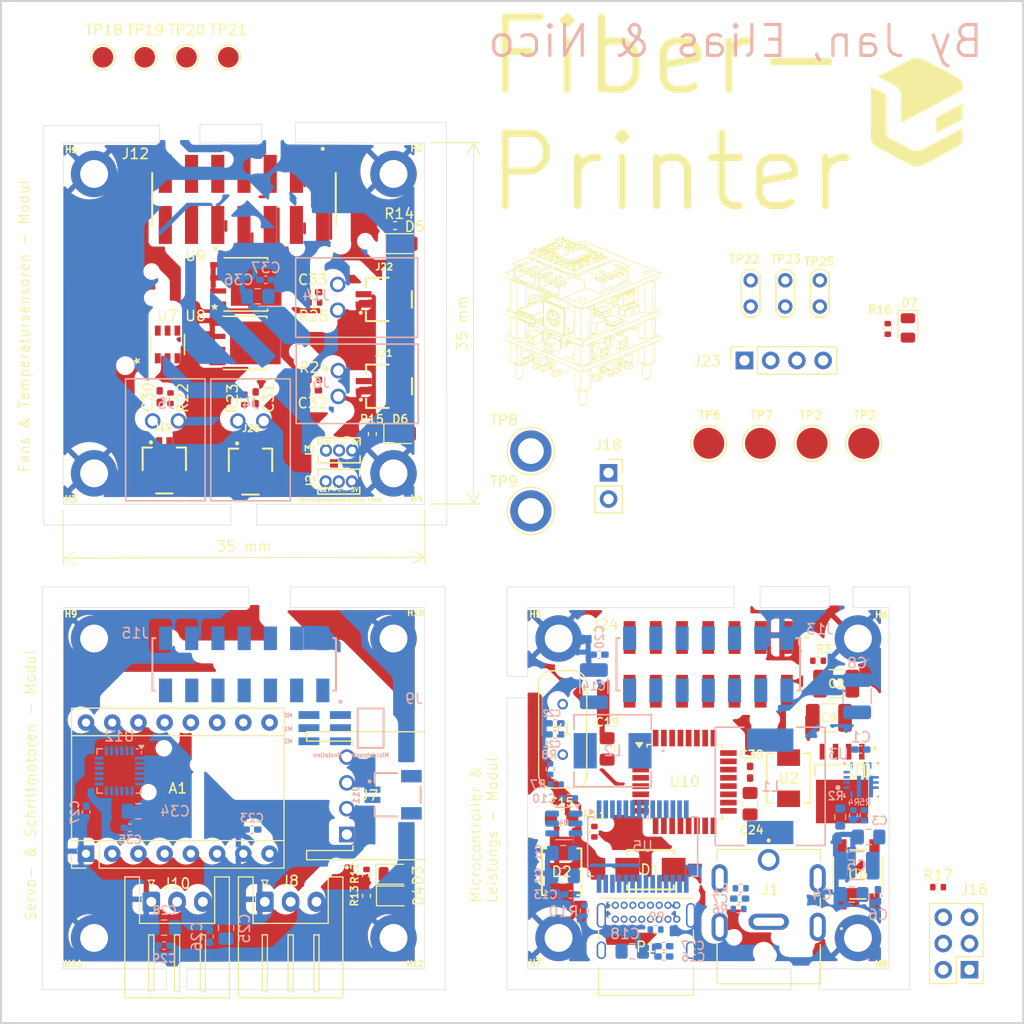
<source format=kicad_pcb>
(kicad_pcb (version 20240108) (generator "pcbnew") (generator_version "8.0")
  (layers (0 "F.Cu" signal) (1 "In1.Cu" power "GND") (2 "In2.Cu" power "PWR") (31 "B.Cu" signal) (34 "B.Paste" user) (35 "F.Paste" user) (36 "B.SilkS" user "B.Silkscreen") (37 "F.SilkS" user "F.Silkscreen") (38 "B.Mask" user) (39 "F.Mask" user) (44 "Edge.Cuts" user))
  (net 0 "")
  (net 1 "GND")
  (net 2 "+12V")
  (net 3 "ADC0")
  (net 4 "ADC1")
  (net 5 "ADC2")
  (net 6 "ADC3")
  (net 7 "SCL")
  (net 8 "AREF")
  (net 9 "FAN_01_PWM_clockwise")
  (net 10 "FAN_01_PWM_counterclockwise")
  (net 11 "FAN_2_PWM")
  (net 12 "FAN_3_PWM")
  (net 13 "Net-(D6-K)")
  (net 14 "Net-(U7-OUT1)")
  (net 15 "Net-(U7-OUT2)")
  (net 16 "Net-(U8-D)")
  (net 17 "Net-(U9-D)")
  (net 18 "STEP")
  (net 19 "M1")
  (net 20 "DIR")
  (net 22 "STP_A1")
  (net 23 "STP_B1")
  (net 24 "M0")
  (net 25 "M2")
  (net 26 "STP_B2")
  (net 28 "STP_A2")
  (net 29 "RESET")
  (net 30 "MOSI")
  (net 31 "BLT_Switch")
  (net 32 "TXD")
  (net 33 "RXD")
  (net 34 "SDA")
  (net 35 "BLT_Servo")
  (net 55 "Net-(U3-SW)")
  (net 56 "Net-(U3-BOOT)")
  (net 57 "Net-(U3-FB)")
  (net 58 "PWR_IN_PROT")
  (net 59 "GND2")
  (net 60 "GND3")
  (net 61 "Net-(U3-SS)")
  (net 62 "Net-(U4-SW)")
  (net 63 "Net-(U4-VBST)")
  (net 64 "Net-(P1-SHIELD)")
  (net 65 "Quartz_1")
  (net 66 "Quartz_2")
  (net 67 "+24V")
  (net 68 "Net-(D7-K)")
  (net 69 "MISO")
  (net 70 "SCK")
  (net 71 "USBD+")
  (net 72 "USBD-")
  (net 73 "Net-(U1-G)")
  (net 74 "Net-(U3-PG)")
  (net 75 "Net-(U3-MODE)")
  (net 76 "Net-(U4-VFB)")
  (net 96 "+5V_POW")
  (net 97 "Fan_Versorgung_01")
  (net 98 "Fan_Versorgung_23")
  (net 99 "Net-(D3-K)")
  (net 100 "Net-(P1-CC1)")
  (net 101 "Net-(P1-CC2)")
  (net 102 "LED_MOT1")
  (net 103 "Net-(D4-K)")
  (net 104 "LED_MOT0")
  (net 105 "LED_FAN0")
  (net 106 "Net-(D5-K)")
  (net 107 "LED_FAN1")
  (footprint "TestPoint:TestPoint_Pad_D3.0mm" (layer "F.Cu") (at 130.043865 94.090113 90)
    (property "Reference" "TP2" (at 2.72 -0.155 180) (layer "F.SilkS") (effects (font (size 0.8 0.8))))
    (property "Value" "GND_Test")
    (pad "1" smd circle (at 0 0 90) (size 3 3) (layers "F.Cu" "F.Mask") (net 1 "GND"))
  )
  (footprint "Imported_Component_Footprints:824521241" (layer "F.Cu") (at 105.789103 135.592613 -90)
    (property "Reference" "D2" (at 0 0 180) (layer "F.SilkS"))
    (property "Value" "WE-TVSP_DO-214AA_600W_BI")
    (pad "1" smd rect (at -2.25 0 270) (size 2.3 2.3) (layers "F.Cu" "F.Paste" "F.Mask") (net 1 "GND"))
    (pad "2" smd rect (at 2.25 0 270) (size 2.3 2.3) (layers "F.Cu" "F.Paste" "F.Mask") (net 8 "AREF"))
  )
  (footprint "TestPoint:TestPoint_2Pads_Pitch2.54mm_Drill0.8mm" (layer "F.Cu") (at 127.443865 80.840113 90)
    (property "Reference" "TP23" (at 4.59 0.04 180) (layer "F.SilkS") (effects (font (size 0.8 0.8))))
    (property "Value" "I_Sense_5VPOW")
    (pad "1" thru_hole circle (at 0 0 90) (size 1.4 1.4) (drill 0.8) (layers "*.Cu" "*.Mask") (net 96 "+5V_POW"))
    (pad "2" thru_hole circle (at 2.54 0 90) (size 1.4 1.4) (drill 0.8) (layers "*.Cu" "*.Mask") (net 1 "GND"))
  )
  (footprint "TestPoint:TestPoint_Pad_D2.0mm" (layer "F.Cu") (at 73.5 56.7 90)
    (property "Reference" "TP21" (at 2.65 0 0) (layer "F.SilkS"))
    (property "Value" "ADC0")
    (pad "1" smd circle (at 0 0 90) (size 2 2) (layers "F.Cu" "F.Mask") (net 3 "ADC0"))
  )
  (footprint "Resistor_SMD:R_0402_1005Metric" (layer "F.Cu") (at 81.8325 80.45)
    (property "Reference" "R25" (at -0.0825 1.3 0) (layer "F.SilkS"))
    (property "Value" "4k7")
    (pad "1" smd roundrect (at -0.51 0) (size 0.54 0.64) (layers "F.Cu" "F.Paste" "F.Mask") (net 8 "AREF"))
    (pad "2" smd roundrect (at 0.51 0) (size 0.54 0.64) (layers "F.Cu" "F.Paste" "F.Mask") (net 6 "ADC3"))
  )
  (footprint "Resistor_SMD:R_0402_1005Metric" (layer "F.Cu") (at 81.815 87.95)
    (property "Reference" "R24" (at 0 -1.2 0) (layer "F.SilkS"))
    (property "Value" "4k7")
    (pad "1" smd roundrect (at -0.51 0) (size 0.54 0.64) (layers "F.Cu" "F.Paste" "F.Mask") (net 8 "AREF"))
    (pad "2" smd roundrect (at 0.51 0) (size 0.54 0.64) (layers "F.Cu" "F.Paste" "F.Mask") (net 5 "ADC2"))
  )
  (footprint "Imported_Component_Footprints:MountingHole_2.7mm_M2.5_ISO7380_Pad_TopBottom_111mm" (layer "F.Cu") (at 134.489103 142)
    (property "Reference" "H8" (at 2.260897 2.5 0) (layer "F.SilkS") (effects (font (size 0.6 0.6))))
    (property "Value" "MountHole" (hide yes))
    (pad "1" thru_hole circle (at 0 0) (size 3.1 3.1) (drill 2.7) (layers "*.Cu" "*.Mask") (net 1 "GND"))
    (pad "1" connect circle (at 0 0) (size 4.5 4.5) (layers "F.Cu" "F.Mask") (net 1 "GND"))
    (pad "1" connect circle (at 0 0) (size 4.5 4.5) (layers "B.Cu" "B.Mask") (net 1 "GND"))
  )
  (footprint "Resistor_SMD:R_0402_1005Metric" (layer "F.Cu") (at 89.66 73)
    (property "Reference" "R14" (at 0.39 -1.15 0) (layer "F.SilkS"))
    (property "Value" "330")
    (pad "1" smd roundrect (at -0.51 0) (size 0.54 0.64) (layers "F.Cu" "F.Paste" "F.Mask") (net 106 "Net-(D5-K)"))
    (pad "2" smd roundrect (at 0.51 0) (size 0.54 0.64) (layers "F.Cu" "F.Paste" "F.Mask") (net 1 "GND"))
  )
  (footprint "Imported_Component_Footprints:824521241" (layer "F.Cu") (at 114.389103 135.392613)
    (property "Reference" "D1" (at 0 0 0) (layer "F.SilkS"))
    (property "Value" "WE-TVSP_DO-214AA_600W_BI")
    (pad "1" smd rect (at -2.25 0) (size 2.3 2.3) (layers "F.Cu" "F.Paste" "F.Mask") (net 59 "GND2"))
    (pad "2" smd rect (at 2.25 0) (size 2.3 2.3) (layers "F.Cu" "F.Paste" "F.Mask") (net 67 "+24V"))
  )
  (footprint "Connector_PinHeader_2.54mm:PinHeader_2x03_P2.54mm_Vertical" (layer "F.Cu") (at 145.29 145.08 180)
    (property "Reference" "J16" (at -0.46 7.75 180) (layer "F.SilkS"))
    (property "Value" "ISP")
    (pad "1" thru_hole rect (at 0 0 180) (size 1.7 1.7) (drill 1) (layers "*.Cu" "*.Mask") (net 69 "MISO"))
    (pad "2" thru_hole oval (at 2.54 0 180) (size 1.7 1.7) (drill 1) (layers "*.Cu" "*.Mask") (net 96 "+5V_POW"))
    (pad "3" thru_hole oval (at 0 2.54 180) (size 1.7 1.7) (drill 1) (layers "*.Cu" "*.Mask") (net 70 "SCK"))
    (pad "4" thru_hole oval (at 2.54 2.54 180) (size 1.7 1.7) (drill 1) (layers "*.Cu" "*.Mask") (net 30 "MOSI"))
    (pad "5" thru_hole oval (at 0 5.08 180) (size 1.7 1.7) (drill 1) (layers "*.Cu" "*.Mask") (net 29 "RESET"))
    (pad "6" thru_hole oval (at 2.54 5.08 180) (size 1.7 1.7) (drill 1) (layers "*.Cu" "*.Mask") (net 1 "GND"))
  )
  (footprint "Capacitor_SMD:C_0805_2012Metric_Pad1.18x1.45mm_HandSolder" (layer "F.Cu") (at 110.189103 123.692613 90)
    (property "Reference" "C19" (at 2.5925 0.0275 180) (layer "F.SilkS") (effects (font (size 0.8 0.8))))
    (property "Value" "4.7uF")
    (pad "1" smd roundrect (at -1.0375 0 90) (size 1.175 1.45) (layers "F.Cu" "F.Paste" "F.Mask") (roundrect_rratio 0.212766) (net 96 "+5V_POW"))
    (pad "2" smd roundrect (at 1.0375 0 90) (size 1.175 1.45) (layers "F.Cu" "F.Paste" "F.Mask") (roundrect_rratio 0.212766) (net 1 "GND"))
  )
  (footprint "LED_SMD:LED_0805_2012Metric" (layer "F.Cu") (at 90.4 74.75)
    (property "Reference" "D5" (at 1.15 -1.65 0) (layer "F.SilkS"))
    (property "Value" "YELLOW" (hide yes))
    (pad "1" smd roundrect (at -0.9375 0) (size 0.975 1.4) (layers "F.Cu" "F.Paste" "F.Mask") (net 106 "Net-(D5-K)"))
    (pad "2" smd roundrect (at 0.9375 0) (size 0.975 1.4) (layers "F.Cu" "F.Paste" "F.Mask") (net 105 "LED_FAN0"))
  )
  (footprint "TestPoint:TestPoint_Loop_D3.80mm_Drill2.5mm" (layer "F.Cu") (at 102.803865 94.840113 -90)
    (property "Reference" "TP8" (at -2.99 2.62 180) (layer "F.SilkS"))
    (property "Value" "Quartz_1")
    (pad "1" thru_hole circle (at 0 0 270) (size 4 4) (drill 2.5) (layers "*.Cu" "*.Mask") (net 65 "Quartz_1"))
  )
  (footprint "Imported_Component_Footprints:Logo_FiberPrinter_V2" (layer "F.Cu") (at 140.196651 61.844962)
    (property "Reference" "G***" (hide yes))
    (property "Value" "LOGO" (hide yes))
  )
  (footprint "Imported_Component_Footprints:gesamtbaugruppev3" (layer "F.Cu") (at 107.853865 82.250113)
    (property "Reference" "G***" (hide yes))
    (property "Value" "LOGO" (hide yes))
  )
  (footprint "Imported_Component_Footprints:MountingHole_2.7mm_M2.5_ISO7380_Pad_TopBottom_7mm" (layer "F.Cu") (at 89.5 68)
    (property "Reference" "H2" (at 2.25 -2.465 0) (layer "F.SilkS") (effects (font (size 0.6 0.6))))
    (property "Value" "MountHole" (hide yes))
    (pad "1" thru_hole circle (at 0 0) (size 3.1 3.1) (drill 2.7) (layers "*.Cu" "*.Mask") (net 1 "GND"))
    (pad "1" connect circle (at 0 0) (size 4.5 4.5) (layers "F.Cu" "F.Mask") (net 1 "GND"))
    (pad "1" connect circle (at 0 0) (size 4.5 4.5) (layers "B.Cu" "B.Mask") (net 1 "GND"))
  )
  (footprint "Imported_Component_Footprints:RJK0456DPB_00_J5" (layer "F.Cu") (at 75.1967 78.7)
    (property "Reference" "U9" (at -4.88155 -2.77815 0) (layer "F.SilkS"))
    (property "Value" "RJK0456DPB")
    (fp_text user "*" (at -2.9337 -3.175 0) (layer "F.SilkS"))
    (fp_text user "*" (at -2.9337 -3.175 0) (layer "F.SilkS"))
    (pad "1" smd rect (at -2.6797 -1.905) (size 1.5494 0.508) (layers "F.Cu" "F.Paste" "F.Mask") (net 1 "GND"))
    (pad "2" smd rect (at -2.6797 -0.635) (size 1.5494 0.508) (layers "F.Cu" "F.Paste" "F.Mask") (net 1 "GND"))
    (pad "3" smd rect (at -2.6797 0.635) (size 1.5494 0.508) (layers "F.Cu" "F.Paste" "F.Mask") (net 1 "GND"))
    (pad "4" smd rect (at -2.6797 1.905) (size 1.5494 0.508) (layers "F.Cu" "F.Paste" "F.Mask") (net 12 "FAN_3_PWM"))
    (pad "5" smd rect (at 1.0033 0) (size 4.9022 4.1402) (layers "F.Cu" "F.Paste" "F.Mask") (net 17 "Net-(U9-D)"))
  )
  (footprint "Imported_Component_Footprints:MountingHole_2.7mm_M2.5_ISO7380_Pad_TopBottom_7mm" (layer "F.Cu") (at 89.5 97)
    (property "Reference" "H4" (at 2.25 2.435 0) (layer "F.SilkS") (effects (font (size 0.6 0.6))))
    (property "Value" "MountHole" (hide yes))
    (pad "1" thru_hole circle (at 0 0) (size 3.1 3.1) (drill 2.7) (layers "*.Cu" "*.Mask") (net 1 "GND"))
    (pad "1" connect circle (at 0 0) (size 4.5 4.5) (layers "F.Cu" "F.Mask") (net 1 "GND"))
    (pad "1" connect circle (at 0 0) (size 4.5 4.5) (layers "B.Cu" "B.Mask") (net 1 "GND"))
  )
  (footprint "Imported_Component_Footprints:SAMTEC_TSM-107-04-L-DV" (layer "F.Cu") (at 75.017 70.465)
    (property "Reference" "J12" (at -10.517 -4.415 0) (layer "F.SilkS"))
    (property "Value" "Steckverbinder_Male_Fans")
    (pad "01" smd rect (at 7.62 -2.475) (size 1.27 3.68) (layers "F.Cu" "F.Paste" "F.Mask") (net 1 "GND"))
    (pad "02" smd rect (at 7.62 2.475) (size 1.27 3.68) (layers "F.Cu" "F.Paste" "F.Mask") (net 8 "AREF"))
    (pad "03" smd rect (at 5.08 -2.475) (size 1.27 3.68) (layers "F.Cu" "F.Paste" "F.Mask") (net 2 "+12V"))
    (pad "04" smd rect (at 5.08 2.475) (size 1.27 3.68) (layers "F.Cu" "F.Paste" "F.Mask") (net 107 "LED_FAN1"))
    (pad "05" smd rect (at 2.54 -2.475) (size 1.27 3.68) (layers "F.Cu" "F.Paste" "F.Mask") (net 96 "+5V_POW"))
    (pad "06" smd rect (at 2.54 2.475) (size 1.27 3.68) (layers "F.Cu" "F.Paste" "F.Mask") (net 3 "ADC0"))
    (pad "07" smd rect (at 0 -2.475) (size 1.27 3.68) (layers "F.Cu" "F.Paste" "F.Mask") (net 9 "FAN_01_PWM_clockwise"))
    (pad "08" smd rect (at 0 2.475) (size 1.27 3.68) (layers "F.Cu" "F.Paste" "F.Mask") (net 4 "ADC1"))
    (pad "09" smd rect (at -2.54 -2.475) (size 1.27 3.68) (layers "F.Cu" "F.Paste" "F.Mask") (net 10 "FAN_01_PWM_counterclockwise"))
    (pad "10" smd rect (at -2.54 2.475) (size 1.27 3.68) (layers "F.Cu" "F.Paste" "F.Mask") (net 5 "ADC2"))
    (pad "11" smd rect (at -5.08 -2.475) (size 1.27 3.68) (layers "F.Cu" "F.Paste" "F.Mask") (net 12 "FAN_3_PWM"))
    (pad "12" smd rect (at -5.08 2.475) (size 1.27 3.68) (layers "F.Cu" "F.Paste" "F.Mask") (net 6 "ADC3"))
    (pad "13" smd rect (at -7.62 -2.475) (size 1.27 3.68) (layers "F.Cu" "F.Paste" "F.Mask") (net 11 "FAN_2_PWM"))
    (pad "14" smd rect (at -7.62 2.475) (size 1.27 3.68) (layers "F.Cu" "F.Paste" "F.Mask") (net 105 "LED_FAN0"))
  )
  (footprint "Capacitor_SMD:C_0805_2012Metric_Pad1.18x1.45mm_HandSolder" (layer "F.Cu") (at 105.789103 130.392613)
    (property "Reference" "C15" (at -0.0025 -1.5425 180) (layer "F.SilkS") (effects (font (size 0.8 0.8))))
    (property "Value" "10µF")
    (pad "1" smd roundrect (at -1.0375 0) (size 1.175 1.45) (layers "F.Cu" "F.Paste" "F.Mask") (roundrect_rratio 0.212766) (net 8 "AREF"))
    (pad "2" smd roundrect (at 1.0375 0) (size 1.175 1.45) (layers "F.Cu" "F.Paste" "F.Mask") (roundrect_rratio 0.212766) (net 1 "GND"))
  )
  (footprint "Imported_Component_Footprints:FTS_103_01_F_S" (layer "F.Cu") (at 85.47 97.8)
    (property "Reference" "J2" (at -4.02 0 90) (layer "F.SilkS") (effects (font (size 0.8 0.8))))
    (property "Value" "Fan_12/5V_Regelung" (hide yes))
    (pad "1" thru_hole oval (at 0 0) (size 1.1684 1.2192) (drill 0.7112) (layers "*.Cu" "*.Mask") (net 96 "+5V_POW"))
    (pad "2" thru_hole oval (at -1.27 0) (size 1.1684 1.2192) (drill 0.7112) (layers "*.Cu" "*.Mask") (net 97 "Fan_Versorgung_01"))
    (pad "3" thru_hole oval (at -2.54 0) (size 1.1684 1.2192) (drill 0.7112) (layers "*.Cu" "*.Mask") (net 2 "+12V"))
  )
  (footprint "Capacitor_SMD:C_0402_1005Metric_Pad0.74x0.62mm_HandSolder" (layer "F.Cu") (at 81.6575 88.96325 180)
    (property "Reference" "C32" (at 0 -1.23675 0) (layer "F.SilkS"))
    (property "Value" "0.1µF")
    (pad "1" smd roundrect (at -0.5675 0 180) (size 0.735 0.62) (layers "F.Cu" "F.Paste" "F.Mask") (net 5 "ADC2"))
    (pad "2" smd roundrect (at 0.5675 0 180) (size 0.735 0.62) (layers "F.Cu" "F.Paste" "F.Mask") (net 1 "GND"))
  )
  (footprint "Imported_Component_Footprints:665102131822" (layer "F.Cu") (at 75.650699 96.299774)
    (property "Reference" "J20" (at 0.05185 -3.64315 0) (layer "F.SilkS") (effects (font (size 0.64 0.64))))
    (property "Value" "T2")
    (pad "1" smd rect (at -0.5 -1.92) (size 0.6 1.55) (layers "F.Cu" "F.Paste" "F.Mask") (net 1 "GND"))
    (pad "2" smd rect (at 0.5 -1.92) (size 0.6 1.55) (layers "F.Cu" "F.Paste" "F.Mask") (net 4 "ADC1"))
    (pad "Z1" smd rect (at -1.8 1.855) (size 1.2 2) (layers "F.Cu" "F.Paste" "F.Mask"))
    (pad "Z2" smd rect (at 1.8 1.855) (size 1.2 2) (layers "F.Cu" "F.Paste" "F.Mask"))
  )
  (footprint "Imported_Component_Footprints:drv8825" (layer "F.Cu") (at 59.714015 133.84 90)
    (property "Reference" "A1" (at 6.34 8.89 180) (layer "F.SilkS"))
    (property "Value" "DRV8825")
    (pad "1" thru_hole rect (at 0 0 90) (size 1.6 1.6) (drill 0.8) (layers "*.Cu" "*.Mask") (net 1 "GND"))
    (pad "2" thru_hole oval (at 0 2.54 90) (size 1.6 1.6) (drill 0.8) (layers "*.Cu" "*.Mask"))
    (pad "3" thru_hole oval (at 0 5.08 90) (size 1.6 1.6) (drill 0.8) (layers "*.Cu" "*.Mask") (net 28 "STP_A2"))
    (pad "4" thru_hole oval (at 0 7.62 90) (size 1.6 1.6) (drill 0.8) (layers "*.Cu" "*.Mask") (net 22 "STP_A1"))
    (pad "5" thru_hole oval (at 0 10.16 90) (size 1.6 1.6) (drill 0.8) (layers "*.Cu" "*.Mask") (net 23 "STP_B1"))
    (pad "6" thru_hole oval (at 0 12.7 90) (size 1.6 1.6) (drill 0.8) (layers "*.Cu" "*.Mask") (net 26 "STP_B2"))
    (pad "7" thru_hole oval (at 0 15.24 90) (size 1.6 1.6) (drill 0.8) (layers "*.Cu" "*.Mask") (net 1 "GND"))
    (pad "8" thru_hole oval (at 0 17.78 90) (size 1.6 1.6) (drill 0.8) (layers "*.Cu" "*.Mask") (net 2 "+12V"))
    (pad "9" thru_hole oval (at 12.7 17.78 90) (size 1.6 1.6) (drill 0.8) (layers "*.Cu" "*.Mask"))
    (pad "10" thru_hole oval (at 12.7 15.24 90) (size 1.6 1.6) (drill 0.8) (layers "*.Cu" "*.Mask") (net 24 "M0"))
    (pad "11" thru_hole oval (at 12.7 12.7 90) (size 1.6 1.6) (drill 0.8) (layers "*.Cu" "*.Mask") (net 19 "M1"))
    (pad "12" thru_hole oval (at 12.7 10.16 90) (size 1.6 1.6) (drill 0.8) (layers "*.Cu" "*.Mask") (net 25 "M2"))
    (pad "13" thru_hole oval (at 12.7 7.62 90) (size 1.6 1.6) (drill 0.8) (layers "*.Cu" "*.Mask") (net 29 "RESET"))
    (pad "14" thru_hole oval (at 12.7 5.08 90) (size 1.6 1.6) (drill 0.8) (layers "*.Cu" "*.Mask") (net 29 "RESET"))
    (pad "15" thru_hole oval (at 12.7 2.54 90) (size 1.6 1.6) (drill 0.8) (layers "*.Cu" "*.Mask") (net 18 "STEP"))
    (pad "16" thru_hole oval (at 12.7 0 90) (size 1.6 1.6) (drill 0.8) (layers "*.Cu" "*.Mask") (net 20 "DIR"))
  )
  (footprint "Imported_Component_Footprints:RJK0456DPB_00_J5" (layer "F.Cu") (at 75.1137 84.365)
    (property "Reference" "U8" (at -4.79855 -2.615 0) (layer "F.SilkS"))
    (property "Value" "RJK0456DPB")
    (fp_text user "*" (at -2.9337 -3.175 0) (layer "F.SilkS"))
    (fp_text user "*" (at -2.9337 -3.175 0) (layer "F.SilkS"))
    (pad "1" smd rect (at -2.6797 -1.905) (size 1.5494 0.508) (layers "F.Cu" "F.Paste" "F.Mask") (net 1 "GND"))
    (pad "2" smd rect (at -2.6797 -0.635) (size 1.5494 0.508) (layers "F.Cu" "F.Paste" "F.Mask") (net 1 "GND"))
    (pad "3" smd rect (at -2.6797 0.635) (size 1.5494 0.508) (layers "F.Cu" "F.Paste" "F.Mask") (net 1 "GND"))
    (pad "4" smd rect (at -2.6797 1.905) (size 1.5494 0.508) (layers "F.Cu" "F.Paste" "F.Mask") (net 11 "FAN_2_PWM"))
    (pad "5" smd rect (at 1.0033 0) (size 4.9022 4.1402) (layers "F.Cu" "F.Paste" "F.Mask") (net 16 "Net-(U8-D)"))
  )
  (footprint "Imported_Component_Footprints:665102131822" (layer "F.Cu") (at 88.5225 80.15 90)
    (property "Reference" "J22" (at 3.15 0.0775 0) (layer "F.SilkS") (effects (font (size 0.64 0.64))))
    (property "Value" "T3")
    (pad "1" smd rect (at -0.5 -1.92 90) (size 0.6 1.55) (layers "F.Cu" "F.Paste" "F.Mask") (net 1 "GND"))
    (pad "2" smd rect (at 0.5 -1.92 90) (size 0.6 1.55) (layers "F.Cu" "F.Paste" "F.Mask") (net 6 "ADC3"))
    (pad "Z1" smd rect (at -1.8 1.855 90) (size 1.2 2) (layers "F.Cu" "F.Paste" "F.Mask"))
    (pad "Z2" smd rect (at 1.8 1.855 90) (size 1.2 2) (layers "F.Cu" "F.Paste" "F.Mask"))
  )
  (footprint "Imported_Component_Footprints:MountingHole_2.7mm_M2.5_ISO7380_Pad_TopBottom_7mm" (layer "F.Cu") (at 60.5 68)
    (property "Reference" "H1" (at -2.217 -2.365 0) (layer "F.SilkS") (effects (font (size 0.6 0.6))))
    (property "Value" "MountHole" (hide yes))
    (pad "1" thru_hole circle (at 0 0) (size 3.1 3.1) (drill 2.7) (layers "*.Cu" "*.Mask") (net 1 "GND"))
    (pad "1" connect circle (at 0 0) (size 4.5 4.5) (layers "F.Cu" "F.Mask") (net 1 "GND"))
    (pad "1" connect circle (at 0 0) (size 4.5 4.5) (layers "B.Cu" "B.Mask") (net 1 "GND"))
  )
  (footprint "Capacitor_SMD:C_0805_2012Metric_Pad1.18x1.45mm_HandSolder" (layer "F.Cu") (at 124.036603 129.000113 90)
    (property "Reference" "C24" (at -2.55 0.15 180) (layer "F.SilkS") (effects (font (size 0.8 0.8))))
    (property "Value" "10µF")
    (pad "1" smd roundrect (at -1.0375 0 90) (size 1.175 1.45) (layers "F.Cu" "F.Paste" "F.Mask") (roundrect_rratio 0.212766) (net 8 "AREF"))
    (pad "2" smd roundrect (at 1.0375 0 90) (size 1.175 1.45) (layers "F.Cu" "F.Paste" "F.Mask") (roundrect_rratio 0.212766) (net 1 "GND"))
  )
  (footprint "LED_SMD:LED_0805_2012Metric" (layer "F.Cu") (at 90.25 93.15)
    (property "Reference" "D6" (at -0.1 -1.4 0) (layer "F.SilkS") (effects (font (size 0.8 0.8))))
    (property "Value" "YELLOW" (hide yes))
    (pad "1" smd roundrect (at -0.9375 0) (size 0.975 1.4) (layers "F.Cu" "F.Paste" "F.Mask") (net 13 "Net-(D6-K)"))
    (pad "2" smd roundrect (at 0.9375 0) (size 0.975 1.4) (layers "F.Cu" "F.Paste" "F.Mask") (net 107 "LED_FAN1"))
  )
  (footprint "Resistor_SMD:R_0402_1005Metric" (layer "F.Cu") (at 75.046999 89.842924 -90)
    (property "Reference" "R23" (at -0.092924 1.146999 -90) (layer "F.SilkS"))
    (property "Value" "4k7")
    (pad "1" smd roundrect (at -0.51 0 270) (size 0.54 0.64) (layers "F.Cu" "F.Paste" "F.Mask") (net 8 "AREF"))
    (pad "2" smd roundrect (at 0.51 0 270) (size 0.54 0.64) (layers "F.Cu" "F.Paste" "F.Mask") (net 4 "ADC1"))
  )
  (footprint "Capacitor_SMD:C_1210_3225Metric_Pad1.33x2.70mm_HandSolder" (layer "F.Cu") (at 131.674103 120.680113 180)
    (property "Reference" "C9" (at 0 0 0) (layer "F.SilkS") (effects (font (size 0.8 0.8))))
    (property "Value" "22nF")
    (pad "1" smd roundrect (at -1.5625 0 180) (size 1.325 2.7) (layers "F.Cu" "F.Paste" "F.Mask") (roundrect_rratio 0.188679) (net 61 "Net-(U3-SS)"))
    (pad "2" smd roundrect (at 1.5625 0 180) (size 1.325 2.7) (layers "F.Cu" "F.Paste" "F.Mask") (roundrect_rratio 0.188679) (net 1 "GND"))
  )
  (footprint "Imported_Component_Footprints:SZ1SMB5927BT3G" (layer "F.Cu") (at 127.766603 126.530113 90)
    (property "Reference" "U2" (at 0 0 0) (layer "F.SilkS"))
    (property "Value" "SMB-2_4P60X3P95_ONS")
    (pad "1" smd rect (at -1.9939 0 90) (size 1.6002 2.2098) (layers "F.Cu" "F.Paste" "F.Mask") (net 58 "PWR_IN_PROT"))
    (pad "2" smd rect (at 1.9939 0 90) (size 1.6002 2.2098) (layers "F.Cu" "F.Paste" "F.Mask") (net 73 "Net-(U1-G)"))
  )
  (footprint "Resistor_SMD:R_0402_1005Metric" (layer "F.Cu") (at 130.626603 115.150113 180)
    (property "Reference" "R3" (at -0.5475 1.0925 0) (layer "F.SilkS") (effects (font (size 0.8 0.8))))
    (property "Value" "30k")
    (pad "1" smd roundrect (at -0.51 0 180) (size 0.54 0.64) (layers "F.Cu" "F.Paste" "F.Mask") (net 2 "+12V"))
    (pad "2" smd roundrect (at 0.51 0 180) (size 0.54 0.64) (layers "F.Cu" "F.Paste" "F.Mask") (net 57 "Net-(U3-FB)"))
  )
  (footprint "Resistor_SMD:R_0402_1005Metric" (layer "F.Cu") (at 86.883865 137.930739 90)
    (property "Reference" "R13" (at 0 -1.17 90) (layer "F.SilkS") (effects (font (size 0.7 0.7))))
    (property "Value" "330")
    (pad "1" smd roundrect (at -0.51 0 90) (size 0.54 0.64) (layers "F.Cu" "F.Paste" "F.Mask") (net 103 "Net-(D4-K)"))
    (pad "2" smd roundrect (at 0.51 0 90) (size 0.54 0.64) (layers "F.Cu" "F.Paste" "F.Mask") (net 1 "GND"))
  )
  (footprint "Resistor_SMD:R_0402_1005Metric" (layer "F.Cu") (at 86.883865 135.880739 -90)
    (property "Reference" "R12" (at -0.15 1.15 -90) (layer "F.SilkS") (effects (font (size 0.7 0.7))))
    (property "Value" "330")
    (pad "1" smd roundrect (at -0.51 0 270) (size 0.54 0.64) (layers "F.Cu" "F.Paste" "F.Mask") (net 99 "Net-(D3-K)"))
    (pad "2" smd roundrect (at 0.51 0 270) (size 0.54 0.64) (layers "F.Cu" "F.Paste" "F.Mask") (net 1 "GND"))
  )
  (footprint "LED_SMD:LED_0805_2012Metric" (layer "F.Cu") (at 139.323865 82.912613 -90)
    (property "Reference" "D7" (at -2.4125 -0.16 0) (layer "F.SilkS") (effects (font (size 0.8 0.8))))
    (property "Value" "GREEN")
    (pad "1" smd roundrect (at -0.9375 0 270) (size 0.975 1.4) (layers "F.Cu" "F.Paste" "F.Mask") (net 68 "Net-(D7-K)"))
    (pad "2" smd roundrect (at 0.9375 0 270) (size 0.975 1.4) (layers "F.Cu" "F.Paste" "F.Mask") (net 96 "+5V_POW"))
  )
  (footprint "LED_SMD:LED_0805_2012Metric" (layer "F.Cu") (at 89.533865 137.930739)
    (property "Reference" "D4" (at 2.4 0 90) (layer "F.SilkS"))
    (property "Value" "YELLOW" (hide yes))
    (pad "1" smd roundrect (at -0.9375 0) (size 0.975 1.4) (layers "F.Cu" "F.Paste" "F.Mask") (net 103 "Net-(D4-K)"))
    (pad "2" smd roundrect (at 0.9375 0) (size 0.975 1.4) (layers "F.Cu" "F.Paste" "F.Mask") (net 104 "LED_MOT0"))
  )
  (footprint "MountingHole:MountingHole_2.7mm_M2.5_ISO7380_Pad_TopBottom" (layer "F.Cu") (at 89.5 142)
    (property "Reference" "H12" (at 2.09735 2.5 0) (layer "F.SilkS") (effects (font (size 0.55 0.55))))
    (property "Value" "MountHole" (hide yes))
    (pad "1" thru_hole circle (at 0 0) (size 3.1 3.1) (drill 2.7) (layers "*.Cu" "*.Mask") (net 1 "GND"))
    (pad "1" connect circle (at 0 0) (size 4.5 4.5) (layers "F.Cu" "F.Mask") (net 1 "GND"))
    (pad "1" connect circle (at 0 0) (size 4.5 4.5) (layers "B.Cu" "B.Mask") (net 1 "GND"))
  )
  (footprint "TestPoint:TestPoint_Pad_D3.0mm" (layer "F.Cu") (at 135.043865 94.090113 90)
    (property "Reference" "TP3" (at 2.72 0.095 180) (layer "F.SilkS") (effects (font (size 0.8 0.8))))
    (property "Value" "12V_Test")
    (pad "1" smd circle (at 0 0 90) (size 3 3) (layers "F.Cu" "F.Mask") (net 2 "+12V"))
  )
  (footprint "Package_QFP:TQFP-32_7x7mm_P0.8mm" (layer "F.Cu") (at 117.689103 126.892625)
    (property "Reference" "U10" (at 0 -0.05 0) (layer "F.SilkS"))
    (property "Value" "ATmega328PB-A")
    (pad "1" smd rect (at -4.25 -2.8) (size 1.6 0.55) (layers "F.Cu" "F.Paste" "F.Mask") (net 35 "BLT_Servo"))
    (pad "2" smd rect (at -4.25 -2) (size 1.6 0.55) (layers "F.Cu" "F.Paste" "F.Mask") (net 31 "BLT_Switch"))
    (pad "3" smd rect (at -4.25 -1.2) (size 1.6 0.55) (layers "F.Cu" "F.Paste" "F.Mask") (net 105 "LED_FAN0"))
    (pad "4" smd rect (at -4.25 -0.4) (size 1.6 0.55) (layers "F.Cu" "F.Paste" "F.Mask") (net 96 "+5V_POW"))
    (pad "5" smd rect (at -4.25 0.4) (size 1.6 0.55) (layers "F.Cu" "F.Paste" "F.Mask") (net 1 "GND"))
    (pad "6" smd rect (at -4.25 1.2) (size 1.6 0.55) (layers "F.Cu" "F.Paste" "F.Mask") (net 104 "LED_MOT0"))
    (pad "7" smd rect (at -4.25 2) (size 1.6 0.55) (layers "F.Cu" "F.Paste" "F.Mask") (net 66 "Quartz_2"))
    (pad "8" smd rect (at -4.25 2.8) (size 1.6 0.55) (layers "F.Cu" "F.Paste" "F.Mask") (net 65 "Quartz_1"))
    (pad "9" smd rect (at -2.8 4.25 90) (size 1.6 0.55) (layers "F.Cu" "F.Paste" "F.Mask") (net 11 "FAN_2_PWM"))
    (pad "10" smd rect (at -2 4.25 90) (size 1.6 0.55) (layers "F.Cu" "F.Paste" "F.Mask") (net 12 "FAN_3_PWM"))
    (pad "11" smd rect (at -1.2 4.25 90) (size 1.6 0.55) (layers "F.Cu" "F.Paste" "F.Mask") (net 18 "STEP"))
    (pad "12" smd rect (at -0.4 4.25 90) (size 1.6 0.55) (layers "F.Cu" "F.Paste" "F.Mask"))
    (pad "13" smd rect (at 0.4 4.25 90) (size 1.6 0.55) (layers "F.Cu" "F.Paste" "F.Mask") (net 9 "FAN_01_PWM_clockwise"))
    (pad "14" smd rect (at 1.2 4.25 90) (size 1.6 0.55) (layers "F.Cu" "F.Paste" "F.Mask") (net 10 "FAN_01_PWM_counterclockwise"))
    (pad "15" smd rect (at 2 4.25 90) (size 1.6 0.55) (layers "F.Cu" "F.Paste" "F.Mask") (net 30 "MOSI"))
    (pad "16" smd rect (at 2.8 4.25 90) (size 1.6 0.55) (layers "F.Cu" "F.Paste" "F.Mask") (net 69 "MISO"))
    (pad "17" smd rect (at 4.25 2.8) (size 1.6 0.55) (layers "F.Cu" "F.Paste" "F.Mask") (net 70 "SCK"))
    (pad "18" smd rect (at 4.25 2) (size 1.6 0.55) (layers "F.Cu" "F.Paste" "F.Mask") (net 8 "AREF"))
    (pad "19" smd rect (at 4.25 1.2) (size 1.6 0.55) (layers "F.Cu" "F.Paste" "F.Mask") (net 107 "LED_FAN1"))
    (pad "20" smd rect (at 4.25 0.4) (size 1.6 0.55) (layers "F.Cu" "F.Paste" "F.Mask") (net 8 "AREF"))
    (pad "21" smd rect (at 4.25 -0.4) (size 1.6 0.55) (layers "F.Cu" "F.Paste" "F.Mask") (net 1 "GND"))
    (pad "22" smd rect (at 4.25 -1.2) (size 1.6 0.55) (layers "F.Cu" "F.Paste" "F.Mask") (net 102 "LED_MOT1"))
    (pad "23" smd rect (at 4.25 -2) (size 1.6 0.55) (layers "F.Cu" "F.Paste" "F.Mask") (net 3 "ADC0"))
    (pad "24" smd rect (at 4.25 -2.8) (size 1.6 0.55) (layers "F.Cu" "F.Paste" "F.Mask") (net 4 "ADC1"))
    (pad "25" smd rect (at 2.8 -4.25 90) (size 1.6 0.55) (layers "F.Cu" "F.Paste" "F.Mask") (net 5 "ADC2"))
    (pad "26" smd rect (at 2 -4.25 90) (size 1.6 0.55) (layers "F.Cu" "F.Paste" "F.Mask") (net 6 "ADC3"))
    (pad "27" smd rect (at 1.2 -4.25 90) (size 1.6 0.55) (layers "F.Cu" "F.Paste" "F.Mask") (net 34 "SDA"))
    (pad "28" smd rect (at 0.4 -4.25 90) (size 1.6 0.55) (layers "F.Cu" "F.Paste" "F.Mask") (net 7 "SCL"))
    (pad "29" smd rect (at -0.4 -4.25 90) (size 1.6 0.55) (layers "F.Cu" "F.Paste" "F.Mask") (net 29 "RESET"))
    (pad "30" smd rect (at -1.2 -4.25 90) (size 1.6 0.55) (layers "F.Cu" "F.Paste" "F.Mask") (net 33 "RXD"))
    (pad "31" smd rect (at -2 -4.25 90) (size 1.6 0.55) (layers "F.Cu" "F.Paste" "F.Mask") (net 32 "TXD"))
    (pad "32" smd rect (at -2.8 -4.25 90) (size 1.6 0.55) (layers "F.Cu" "F.Paste" "F.Mask") (net 20 "DIR"))
  )
  (footprint "Resistor_SMD:R_0402_1005Metric" (layer "F.Cu") (at 142.25 137.08)
    (property "Reference" "R17" (at 0 -1.17 0) (layer "F.SilkS"))
    (property "Value" "10k")
    (pad "1" smd roundrect (at -0.51 0) (size 0.54 0.64) (layers "F.Cu" "F.Paste" "F.Mask") (net 96 "+5V_POW"))
    (pad "2" smd roundrect (at 0.51 0) (size 0.54 0.64) (layers "F.Cu" "F.Paste" "F.Mask") (net 29 "RESET"))
  )
  (footprint "Imported_Component_Footprints:SW_PTS647SM38SMTR2LFS_CNK" (layer "F.Cu") (at 134.486604 135.845114 90)
    (property "Reference" "U6" (at 0.015001 0.009999 0) (layer "F.SilkS"))
    (property "Value" "PTS647SM38SMTR2LFS")
    (pad "1" smd rect (at -2.625001 -1.599999 90) (size 1.5494 0.9906) (layers "F.Cu" "F.Paste" "F.Mask") (net 1 "GND"))
    (pad "2" smd rect (at 2.625001 -1.599999 90) (size 1.5494 0.9906) (layers "F.Cu" "F.Paste" "F.Mask"))
    (pad "3" smd rect (at -2.625001 1.599999 90) (size 1.5494 0.9906) (layers "F.Cu" "F.Paste" "F.Mask"))
    (pad "4" smd rect (at 2.625001 1.599999 90) (size 1.5494 0.9906) (layers "F.Cu" "F.Paste" "F.Mask") (net 29 "RESET"))
  )
  (footprint "Connector_PinSocket_2.54mm:PinSocket_1x02_P2.54mm_Vertical" (layer "F.Cu") (at 110.328865 96.950113)
    (property "Reference" "J18" (at -0.045 -2.7 180) (layer "F.SilkS"))
    (property "Value" "Quartz")
    (pad "1" thru_hole rect (at 0 0) (size 1.7 1.7) (drill 1) (layers "*.Cu" "*.Mask") (net 65 "Quartz_1"))
    (pad "2" thru_hole oval (at 0 2.54) (size 1.7 1.7) (drill 1) (layers "*.Cu" "*.Mask") (net 66 "Quartz_2"))
  )
  (footprint "Imported_Component_Footprints:SQJ409EP_T1_GE3" (layer "F.Cu") (at 132.951603 127.566913 180)
    (property "Reference" "U1" (at -1.66 1.6368 0) (layer "F.SilkS"))
    (property "Value" "SQJ409EP-T1_GE3")
    (fp_text user "*" (at -3.175 3.6068 180) (layer "F.SilkS"))
    (fp_text user "*" (at -3.175 3.6068 180) (layer "F.SilkS"))
    (pad "1" smd rect (at -1.905 3.6068 180) (size 0.5334 1.524) (layers "F.Cu" "F.Paste" "F.Mask") (net 58 "PWR_IN_PROT"))
    (pad "2" smd rect (at -0.635 3.6068 180) (size 0.5334 1.524) (layers "F.Cu" "F.Paste" "F.Mask") (net 58 "PWR_IN_PROT"))
    (pad "3" smd rect (at 0.635 3.6068 180) (size 0.5334 1.524) (layers "F.Cu" "F.Paste" "F.Mask") (net 58 "PWR_IN_PROT"))
    (pad "4" smd rect (at 1.905 3.6068 180) (size 0.5334 1.524) (layers "F.Cu" "F.Paste" "F.Mask") (net 73 "Net-(U1-G)"))
    (pad "5" smd rect (at 0 -1.2192 180) (size 5.0546 4.2164) (layers "F.Cu" "F.Paste" "F.Mask") (net 67 "+24V"))
  )
  (footprint "MountingHole:MountingHole_2.7mm_M2.5_ISO7380_Pad_TopBottom" (layer "F.Cu") (at 60.5 113)
    (property "Reference" "H9" (at -2.25 -2.369261 0) (layer "F.SilkS") (effects (font (size 0.6 0.6))))
    (property "Value" "MountHole" (hide yes))
    (pad "1" thru_hole circle (at 0 0) (size 3.1 3.1) (drill 2.7) (layers "*.Cu" "*.Mask") (net 1 "GND"))
    (pad "1" connect circle (at 0 0) (size 4.5 4.5) (layers "F.Cu" "F.Mask") (net 1 "GND"))
    (pad "1" connect circle (at 0 0) (size 4.5 4.5) (layers "B.Cu" "B.Mask") (net 1 "GND"))
  )
  (footprint "TestPoint:TestPoint_Loop_D3.80mm_Drill2.5mm" (layer "F.Cu") (at 102.803865 100.640113 -90)
    (property "Reference" "TP9" (at -2.84 2.62 180) (layer "F.SilkS"))
    (property "Value" "Quartz_2")
    (pad "1" thru_hole circle (at 0 0 270) (size 4 4) (drill 2.5) (layers "*.Cu" "*.Mask") (net 66 "Quartz_2"))
  )
  (footprint "Imported_Component_Footprints:MountingHole_2.7mm_M2.5_ISO7380_Pad_TopBottom_111mm" (layer "F.Cu") (at 105.5 113)
    (property "Reference" "H5" (at -2.25 -2.3425 0) (layer "F.SilkS") (effects (font (size 0.6 0.6))))
    (property "Value" "MountHole" (hide yes))
    (pad "1" thru_hole circle (at 0 0) (size 3.1 3.1) (drill 2.7) (layers "*.Cu" "*.Mask") (net 1 "GND"))
    (pad "1" connect circle (at 0 0) (size 4.5 4.5) (layers "F.Cu" "F.Mask") (net 1 "GND"))
    (pad "1" connect circle (at 0 0) (size 4.5 4.5) (layers "B.Cu" "B.Mask") (net 1 "GND"))
  )
  (footprint "Capacitor_SMD:C_1210_3225Metric_Pad1.33x2.70mm_HandSolder" (layer "F.Cu") (at 132.376603 117.370113 180)
    (property "Reference" "C2" (at 0 0 0) (layer "F.SilkS") (effects (font (size 0.8 0.8))))
    (property "Value" "22nF")
    (pad "1" smd roundrect (at -1.5625 0 180) (size 1.325 2.7) (layers "F.Cu" "F.Paste" "F.Mask") (roundrect_rratio 0.188679) (net 2 "+12V"))
    (pad "2" smd roundrect (at 1.5625 0 180) (size 1.325 2.7) (layers "F.Cu" "F.Paste" "F.Mask") (roundrect_rratio 0.188679) (net 57 "Net-(U3-FB)"))
  )
  (footprint "Capacitor_SMD:C_0402_1005Metric_Pad0.74x0.62mm_HandSolder" (layer "F.Cu") (at 81.6825 79.45 180)
    (property "Reference" "C33" (at -0.0175 1.2 0) (layer "F.SilkS"))
    (property "Value" "0.1µF")
    (pad "1" smd roundrect (at -0.5675 0 180) (size 0.735 0.62) (layers "F.Cu" "F.Paste" "F.Mask") (net 6 "ADC3"))
    (pad "2" smd roundrect (at 0.5675 0 180) (size 0.735 0.62) (layers "F.Cu" "F.Paste" "F.Mask") (net 1 "GND"))
  )
  (footprint "Resistor_SMD:R_0402_1005Metric" (layer "F.Cu") (at 87.45 93.2 -90)
    (property "Reference" "R15" (at -1.45 0.05 0) (layer "F.SilkS") (effects (font (size 0.8 0.8))))
    (property "Value" "330")
    (pad "1" smd roundrect (at -0.51 0 270) (size 0.54 0.64) (layers "F.Cu" "F.Paste" "F.Mask") (net 13 "Net-(D6-K)"))
    (pad "2" smd roundrect (at 0.51 0 270) (size 0.54 0.64) (layers "F.Cu" "F.Paste" "F.Mask") (net 1 "GND"))
  )
  (footprint "Imported_Component_Footprints:MountingHole_2.7mm_M2.5_ISO7380_Pad_TopBottom_111mm" (layer "F.Cu") (at 105.489103 142)
    (property "Reference" "H7" (at -2.2525 2.4075 0) (layer "F.SilkS") (effects (font (size 0.6 0.6))))
    (property "Value" "MountHole" (hide yes))
    (pad "1" thru_hole circle (at 0 0) (size 3.1 3.1) (drill 2.7) (layers "*.Cu" "*.Mask") (net 1 "GND"))
    (pad "1" connect circle (at 0 0) (size 4.5 4.5) (layers "F.Cu" "F.Mask") (net 1 "GND"))
    (pad "1" connect circle (at 0 0) (size 4.5 4.5) (layers "B.Cu" "B.Mask") (net 1 "GND"))
  )
  (footprint "TestPoint:TestPoint_Pad_D2.0mm" (layer "F.Cu") (at 65.4 56.7 90)
    (property "Reference" "TP19" (at 2.65 0.05 0) (layer "F.SilkS"))
    (property "Value" "ADC3")
    (pad "1" smd circle (at 0 0 90) (size 2 2) (layers "F.Cu" "F.Mask") (net 5 "ADC2"))
  )
  (footprint "TestPoint:TestPoint_Pad_D2.0mm" (layer "F.Cu") (at 61.35 56.7 90)
    (property "Reference" "TP18" (at 2.65 0.1 0) (layer "F.SilkS"))
    (property "Value" "ADC2")
    (pad "1" smd circle (at 0 0 90) (size 2 2) (layers "F.Cu" "F.Mask") (net 6 "ADC3"))
  )
  (footprint "MountingHole:MountingHole_2.7mm_M2.5_ISO7380_Pad_TopBottom" (layer "F.Cu") (at 60.5 142)
    (property "Reference" "H11" (at -2 2.5 0) (layer "F.SilkS") (effects (font (size 0.6 0.6))))
    (property "Value" "MountHole" (hide yes))
    (pad "1" thru_hole circle (at 0 0) (size 3.1 3.1) (drill 2.7) (layers "*.Cu" "*.Mask") (net 1 "GND"))
    (pad "1" connect circle (at 0 0) (size 4.5 4.5) (layers "F.Cu" "F.Mask") (net 1 "GND"))
    (pad "1" connect circle (at 0 0) (size 4.5 4.5) (layers "B.Cu" "B.Mask") (net 1 "GND"))
  )
  (footprint "LED_SMD:LED_0805_2012Metric" (layer "F.Cu") (at 89.483865 135.830739)
    (property "Reference" "D3" (at 2.4 0.1 90) (layer "F.SilkS"))
    (property "Value" "YELLOW" (hide yes))
    (pad "1" smd roundrect (at -0.9375 0) (size 0.975 1.4) (layers "F.Cu" "F.Paste" "F.Mask") (net 99 "Net-(D3-K)"))
    (pad "2" smd roundrect (at 0.9375 0) (size 0.975 1.4) (layers "F.Cu" "F.Paste" "F.Mask") (net 102 "LED_MOT1"))
  )
  (footprint "Capacitor_SMD:C_0402_1005Metric_Pad0.74x0.62mm_HandSolder" (layer "F.Cu") (at 76.148849 89.682274 90)
    (property "Reference" "C31" (at -0.017726 1.251151 90) (layer "F.SilkS"))
    (property "Value" "0.1µF")
    (pad "1" smd roundrect (at -0.5675 0 90) (size 0.735 0.62) (layers "F.Cu" "F.Paste" "F.Mask") (net 4 "ADC1"))
    (pad "2" smd roundrect (at 0.5675 0 90) (size 0.735 0.62) (layers "F.Cu" "F.Paste" "F.Mask") (net 1 "GND"))
  )
  (footprint "TestPoint:TestPoint_Pad_D2.0mm" (layer "F.Cu") (at 69.45 56.7 90)
    (property "Reference" "TP20" (at 2.65 0 0) (layer "F.SilkS"))
    (property "Value" "ADC1")
    (pad "1" smd circle (at 0 0 90) (size 2 2) (layers "F.Cu" "F.Mask") (net 4 "ADC1"))
  )
  (footprint "Imported_Component_Footprints:CUI_PJ-082BH" (layer "F.Cu") (at 125.839103 143.685813)
    (property "Reference" "J1" (at 0.1375 -6.3557 0) (layer "F.SilkS"))
    (property "Value" "PJ-082BH")
    (pad "" np_thru_hole circle (at 0 0) (size 1.6 1.6) (drill 1.6) (layers "*.Cu" "*.Mask"))
    (pad "1" thru_hole circle (at 0 -9.25) (size 2.1 2.1) (drill 1.4) (layers "*.Cu" "*.Mask") (net 67 "+24V"))
    (pad "2" thru_hole oval (at 0 -3.25) (size 3.913974 1.55) (drill oval 3 0.8) (layers "*.Cu" "*.Mask") (net 59 "GND2"))
    (pad "SH1" thru_hole oval (at -4.75 -2.75) (size 1.55 2.75) (drill oval 0.8 2) (layers "*.Cu" "*.Mask") (net 60 "GND3"))
    (pad "SH2" thru_hole oval (at 4.75 -2.75) (size 1.55 2.75) (drill oval 0.8 2) (layers "*.Cu" "*.Mask") (net 60 "GND3"))
    (pad "SH3" thru_hole oval (at -4.75 -7.45) (size 1.55 2.75) (drill oval 0.8 2) (layers "*.Cu" "*.Mask") (net 60 "GND3"))
    (pad "SH4" thru_hole oval (at 4.75 -7.45) (size 1.55 2.75) (drill oval 0.8 2) (layers "*.Cu" "*.Mask") (net 60 "GND3"))
  )
  (footprint "Imported_Component_Footprints:FTS_103_01_F_S" (layer "F.Cu") (at 85.5 94.7746)
    (property "Reference" "J3" (at -4.1 0.0754 90) (layer "F.SilkS") (effects (font (size 0.8 0.8))))
    (property "Value" "Fan_12/5V_Regelung" (hide yes))
    (pad "1" thru_hole oval (at 0 0) (size 1.1684 1.2192) (drill 0.7112) (layers "*.Cu" "*.Mask") (net 96 "+5V_POW"))
    (pad "2" thru_hole oval (at -1.27 0) (size 1.1684 1.2192) (drill 0.7112) (layers "*.Cu" "*.Mask") (net 98 "Fan_Versorgung_23"))
    (pad "3" thru_hole oval (at -2.54 0) (size 1.1684 1.2192) (drill 0.7112) (layers "*.Cu" "*.Mask") (net 2 "+12V"))
  )
  (footprint "Imported_Component_Footprints:JST_S4B-XH-A-1" (layer "F.Cu") (at 86.833865 128.230739 90)
    (property "Reference" "J7" (at 0.019261 0.34735 180) (layer "F.SilkS"))
    (property "Value" "Stepper ")
    (pad "1" thru_hole rect (at -3.75 -1.85 90) (size 1.508 1.508) (drill 1) (layers "*.Cu" "*.Mask") (net 26 "STP_B2"))
    (pad "2" thru_hole circle (at -1.25 -1.85 90) (size 1.508 1.508) (drill 1) (layers "*.Cu" "*.Mask") (net 23 "STP_B1"))
    (pad "3" thru_hole circle (at 1.25 -1.85 90) (size 1.508 1.508) (drill 1) (layers "*.Cu" "*.Mask") (net 28 "STP_A2"))
    (pad "4" thru_hole circle (at 3.75 -1.85 90) (size 1.508 1.508) (drill 1) (layers "*.Cu" "*.Mask") (net 22 "STP_A1"))
  )
  (footprint "Capacitor_SMD:C_0402_1005Metric_Pad0.74x0.62mm_HandSolder" (layer "F.Cu") (at 66.848849 89.575424 90)
    (property "Reference" "C30" (at -0.02435 -1.148849 90) (layer "F.SilkS"))
    (property "Value" "0.1µF")
    (pad "1" smd roundrect (at -0.5675 0 90) (size 0.735 0.62) (layers "F.Cu" "F.Paste" "F.Mask") (net 3 "ADC0"))
    (pad "2" smd roundrect (at 0.5675 0 90) (size 0.735 0.62) (layers "F.Cu" "F.Paste" "F.Mask") (net 1 "GND"))
  )
  (footprint "Imported_Component_Footprints:JST_XH_S3B-XH-A_1x03_P2.50mm_Horizontal" (layer "F.Cu") (at 77.036515 138.5)
    (property "Reference" "J8" (at 2.44735 -2.019261 0) (layer "F.SilkS"))
    (property "Value" "Scheindm.")
    (pad "1" thru_hole roundrect (at 0 0) (size 1.7 1.95) (drill 0.95) (layers "*.Cu" "*.Mask") (roundrect_rratio 0.147059) (net 1 "GND"))
    (pad "2" thru_hole oval (at 2.5 0) (size 1.7 1.95) (drill 0.95) (layers "*.Cu" "*.Mask") (net 96 "+5V_POW"))
    (pad "3" thru_hole oval (at 5 0) (size 1.7 1.95) (drill 0.95) (layers "*.Cu" "*.Mask") (net 30 "MOSI"))
  )
  (footprint "Resistor_SMD:R_0402_1005Metric" (layer "F.Cu") (at 108.956603 131.710113 -90)
    (property "Reference" "R11" (at -1.5925 -0.0475 180) (layer "F.SilkS") (effects (font (size 0.8 0.8))))
    (property "Value" "10k")
    (pad "1" smd roundrect (at -0.51 0 270) (size 0.54 0.64) (layers "F.Cu" "F.Paste" "F.Mask") (net 96 "+5V_POW"))
    (pad "2" smd roundrect (at 0.51 0 270) (size 0.54 0.64) (layers "F.Cu" "F.Paste" "F.Mask") (net 29 "RESET"))
  )
  (footprint "Imported_Component_Footprints:MountingHole_2.7mm_M2.5_ISO7380_Pad_TopBottom_111mm" (layer "F.Cu") (at 134.489103 113)
    (property "Reference" "H6" (at 2.260897 -2.2925 0) (layer "F.SilkS") (effects (font (size 0.6 0.6))))
    (property "Value" "MountHole" (hide yes))
    (pad "1" thru_hole circle (at 0 0) (size 3.1 3.1) (drill 2.7) (layers "*.Cu" "*.Mask") (net 1 "GND"))
    (pad "1" connect circle (at 0 0) (size 4.5 4.5) (layers "F.Cu" "F.Mask") (net 1 "GND"))
    (pad "1" connect circle (at 0 0) (size 4.5 4.5) (layers "B.Cu" "B.Mask") (net 1 "GND"))
  )
  (footprint "Imported_Component_Footprints:MountingHole_2.7mm_M2.5_ISO7380_Pad_TopBottom_7mm" (layer "F.Cu") (at 60.5 97)
    (property "Reference" "H3" (at -2.25 2.5 0) (layer "F.SilkS") (effects (font (size 0.6 0.6))))
    (property "Value" "MountHole" (hide yes))
    (pad "1" thru_hole circle (at 0 0) (size 3.1 3.1) (drill 2.7) (layers "*.Cu" "*.Mask") (net 1 "GND"))
    (pad "1" connect circle (at 0 0) (size 4.5 4.5) (layers "F.Cu" "F.Mask") (net 1 "GND"))
    (pad "1" connect circle (at 0 0) (size 4.5 4.5) (layers "B.Cu" "B.Mask") (net 1 "GND"))
  )
  (footprint "Imported_Component_Footprints:XTAL_ECS-160-18-4X-CKM" (layer "F.Cu") (at 105.889103 121.800113 90)
    (property "Reference" "Y1" (at 0 0 180) (layer "F.SilkS") (effects (font (size 1.000811 1.000811))))
    (property "Value" "ECS-160")
    (pad "1" thru_hole circle (at -2.44 0 90) (size 1.03 1.03) (drill 0.63) (layers "*.Cu" "*.Mask") (net 65 "Quartz_1"))
    (pad "2" thru_hole circle (at 2.44 0 90) (size 1.03 1.03) (drill 0.63) (layers "*.Cu" "*.Mask") (net 66 "Quartz_2"))
  )
  (footprint "TestPoint:TestPoint_2Pads_Pitch2.54mm_Drill0.8mm" (layer "F.Cu") (at 130.793865 80.840113 90)
    (property "Reference" "TP25" (at 4.34 -0.06 180) (layer "F.SilkS") (effects (font (size 0.8 0.8))))
    (property "Value" "I_Sense_12V")
    (pad "1" thru_hole circle (at 0 0 90) (size 1.4 1.4) (drill 0.8) (layers "*.Cu" "*.Mask") (net 2 "+12V"))
    (pad "2" thru_hole circle (at 2.54 0 90) (size 1.4 1.4) (drill 0.8) (layers "*.Cu" "*.Mask") (net 1 "GND"))
  )
  (footprint "Connector_USB:USB_C_Receptacle_GCT_USB4085" (layer "F.Cu") (at 110.984103 138.835813)
    (property "Reference" "P1" (at 2.975 4.025 0) (layer "F.SilkS"))
    (property "Value" "USB_C_Receptacle_USB2.0_14P" (hide yes))
    (pad "A1" thru_hole circle (at 0 0) (size 0.7 0.7) (drill 0.4) (layers "*.Cu" "*.Mask") (net 1 "GND"))
    (pad "A4" thru_hole circle (at 0.85 0) (size 0.7 0.7) (drill 0.4) (layers "*.Cu" "*.Mask") (net 8 "AREF"))
    (pad "A5" thru_hole circle (at 1.7 0) (size 0.7 0.7) (drill 0.4) (layers "*.Cu" "*.Mask") (net 100 "Net-(P1-CC1)"))
    (pad "A6" thru_hole circle (at 2.55 0) (size 0.7 0.7) (drill 0.4) (layers "*.Cu" "*.Mask") (net 71 "USBD+"))
    (pad "A7" thru_hole circle (at 3.4 0) (size 0.7 0.7) (drill 0.4) (layers "*.Cu" "*.Mask") (net 72 "USBD-"))
    (pad "A8" thru_hole circle (at 4.25 0) (size 0.7 0.7) (drill 0.4) (layers "*.Cu" "*.Mask"))
    (pad "A9" thru_hole circle (at 5.1 0) (size 0.7 0.7) (drill 0.4) (layers "*.Cu" "*.Mask") (net 8 "AREF"))
    (pad "A12" thru_hole circle (at 5.95 0) (size 0.7 0.7) (drill 0.4) (layers "*.Cu" "*.Mask") (net 1 "GND"))
    (pad "B1" thru_hole circle (at 5.95 1.35) (size 0.7 0.7) (drill 0.4) (layers "*.Cu" "*.Mask") (net 1 "GND"))
    (pad "B4" thru_hole circle (at 5.1 1.35) (size 0.7 0.7) (drill 0.4) (layers "*.Cu" "*.Mask") (net 8 "AREF"))
    (pad "B5" thru_hole circle (at 4.25 1.35) (size 0.7 0.7) (drill 0.4) (layers "*.Cu" "*.Mask") (net 101 "Net-(P1-CC2)"))
    (pad "B6" thru_hole circle (at 3.4 1.35) (size 0.7 0.7) (drill 0.4) (layers "*.Cu" "*.Mask") (net 71 "USBD+"))
    (pad "B7" thru_hole circle (at 2.55 1.35) (size 0.7 0.7) (drill 0.4) (layers "*.Cu" "*.Mask") (net 72 "USBD-"))
    (pad "B8" thru_hole circle (at 1.7 1.35) (size 0.7 0.7) (drill 0.4) (layers "*.Cu" "*.Mask"))
    (pad "B9" thru_hole circle (at 0.85 1.35) (size 0.7 0.7) (drill 0.4) (layers "*.Cu" "*.Mask") (net 8 "AREF"))
    (pad "B12" thru_hole circle (at 0 1.35) (size 0.7 0.7) (drill 0.4) (layers "*.Cu" "*.Mask") (net 1 "GND"))
    (pad "S1" thru_hole oval (at -1.35 0.98) (size 0.9 2.4) (drill oval 0.6 2.1) (layers "*.Cu" "*.Mask") (net 64 "Net-(P1-SHIELD)"))
    (pad "S1" thru_hole oval (at -1.35 4.36) (size 0.9 1.7) (drill oval 0.6 1.4) (layers "*.Cu" "*.Mask") (net 64 "Net-(P1-SHIELD)"))
    (pad "S1" thru_hole oval (at 7.3 0.98) (size 0.9 2.4) (drill oval 0.6 2.1) (layers "*.Cu" "*.Mask") (net 64 "Net-(P1-SHIELD)"))
    (pad "S1" thru_hole oval (at 7.3 4.36) (size 0.9 1.7) (drill oval 0.6 1.4) (layers "*.Cu" "*.Mask") (net 64 "Net-(P1-SHIELD)"))
  )
  (footprint "TestPoint:TestPoint_2Pads_Pitch2.54mm_Drill0.8mm" (layer "F.Cu") (at 124.093865 80.840113 90)
    (property "Reference" "TP22" (at 4.59 -0.61 180) (layer "F.SilkS") (effects (font (size 0.8 0.8))))
    (property "Value" "I_Sense_5VUSBC")
    (pad "1" thru_hole circle (at 0 0 90) (size 1.4 1.4) (drill 0.8) (layers "*.Cu" "*.Mask") (net 8 "AREF"))
    (pad "2" thru_hole circle (at 2.54 0 90) (size 1.4 1.4) (drill 0.8) (layers "*.Cu" "*.Mask") (net 1 "GND"))
  )
  (footprint "Capacitor_SMD:C_0402_1005Metric_Pad0.74x0.62mm_HandSolder" (layer "F.Cu") (at 124.036603 125.950113 90)
    (property "Reference" "C38" (at 1.7 0.15 180) (layer "F.SilkS") (effects (font (size 0.8 0.8))))
    (property "Value" "100nF")
    (pad "1" smd roundrect (at -0.5675 0 90) (size 0.735 0.62) (layers "F.Cu" "F.Paste" "F.Mask") (net 8 "AREF"))
    (pad "2" smd roundrect (at 0.5675 0 90) (size 0.735 0.62) (layers "F.Cu" "F.Paste" "F.Mask") (net 1 "GND"))
  )
  (footprint "Imported_Component_Footprints:665102131822" (layer "F.Cu") (at 67.298849 96.192924)
    (property "Reference" "J19" (hide yes))
    (property "Value" "T2")
    (pad "1" smd rect (at -0.5 -1.92) (size 0.6 1.55) (layers "F.Cu" "F.Paste" "F.Mask") (net 1 "GND"))
    (pad "2" smd rect (at 0.5 -1.92) (size 0.6 1.55) (layers "F.Cu" "F.Paste" "F.Mask") (net 3 "ADC0"))
    (pad "Z1" smd rect (at -1.8 1.855) (size 1.2 2) (layers "F.Cu" "F.Paste" "F.Mask"))
    (pad "Z2" smd rect (at 1.8 1.855) (size 1.2 2) (layers "F.Cu" "F.Paste" "F.Mask"))
  )
  (footprint "Imported_Component_Footprints:JST_XH_S3B-XH-A_1x03_P2.50mm_Horizontal" (layer "F.Cu") (at 66.036515 138.5)
    (property "Reference" "J10" (at 2.44735 -1.769261 0) (layer "F.SilkS"))
    (property "Value" "BL Touch")
    (pad "1" thru_hole roundrect (at 0 0) (size 1.7 1.95) (drill 0.95) (layers "*.Cu" "*.Mask") (roundrect_rratio 0.147059) (net 1 "GND"))
    (pad "2" thru_hole oval (at 2.5 0) (size 1.7 1.95) (drill 0.95) (layers "*.Cu" "*.Mask") (net 96 "+5V_POW"))
    (pad "3" thru_hole oval (at 5 0) (size 1.7 1.95) (drill 0.95) (layers "*.Cu" "*.Mask") (net 35 "BLT_Servo"))
  )
  (footprint "TestPoint:TestPoint_Pad_D3.0mm" (layer "F.Cu") (at 125.043865 94.090113 90)
    (property "Reference" "TP7" (at 2.72 0.095 180) (layer "F.SilkS") (effects (font (size 0.8 0.8))))
    (property "Value" "5V_POW_Test")
    (pad "1" smd circle (at 0 0 90) (size 3 3) (layers "F.Cu" "F.Mask") (net 96 "+5V_POW"))
  )
  (footprint "Connector_PinSocket_2.54mm:PinSocket_1x04_P2.54mm_Vertical" (layer "F.Cu") (at 123.493865 86.065113 90)
    (property "Reference" "J23" (at -0.055 -3.605 180) (layer "F.SilkS"))
    (property "Value" "Conn_01x04_Socket" (hide yes))
    (pad "1" thru_hole rect (at 0 0 90) (size 1.7 1.7) (drill 1) (layers "*.Cu" "*.Mask") (net 8 "AREF"))
    (pad "2" thru_hole oval (at 0 2.54 90) (size 1.7 1.7) (drill 1) (layers "*.Cu" "*.Mask") (net 96 "+5V_POW"))
    (pad "3" thru_hole oval (at 0 5.08 90) (size 1.7 1.7) (drill 1) (layers "*.Cu" "*.Mask") (net 1 "GND"))
    (pad "4" thru_hole oval (at 0 7.62 90) (size 1.7 1.7) (drill 1) (layers "*.Cu" "*.Mask") (net 2 "+12V"))
  )
  (footprint "MountingHole:MountingHole_2.7mm_M2.5_ISO7380_Pad_TopBottom" (layer "F.Cu") (at 89.5 113)
    (property "Reference" "H10" (at 2.14735 -2.469261 0) (layer "F.SilkS") (effects (font (size 0.55 0.55))))
    (property "Value" "MountHole" (hide yes))
    (pad "1" thru_hole circle (at 0 0) (size 3.1 3.1) (drill 2.7) (layers "*.Cu" "*.Mask") (net 1 "GND"))
    (pad "1" connect circle (at 0 0) (size 4.5 4.5) (layers "F.Cu" "F.Mask") (net 1 "GND"))
    (pad "1" connect circle (at 0 0) (size 4.5 4.5) (layers "B.Cu" "B.Mask") (net 1 "GND"))
  )
  (footprint "Imported_Component_Footprints:TPM16050_S6TR" (layer "F.Cu") (at 67.617 84.515 90)
    (property "Reference" "U7" (at 2.765 -0.017 0) (layer "F.SilkS"))
    (property "Value" "TPM16050-S6TR")
    (fp_text user "*" (at -1.59385 -2.6518 90) (layer "F.SilkS"))
    (fp_text user "*" (at -1.59385 -2.6518 90) (layer "F.SilkS"))
    (pad "1" smd rect (at -1.33985 -0.950001 90) (size 0.9779 0.5588) (layers "F.Cu" "F.Paste" "F.Mask") (net 15 "Net-(U7-OUT2)"))
    (pad "2" smd rect (at -1.33985 0 90) (size 0.9779 0.5588) (layers "F.Cu" "F.Paste" "F.Mask") (net 1 "GND"))
    (pad "3" smd rect (at -1.33985 0.950001 90) (size 0.9779 0.5588) (layers "F.Cu" "F.Paste" "F.Mask") (net 14 "Net-(U7-OUT1)"))
    (pad "4" smd rect (at 1.33985 0.950001 90) (size 0.9779 0.5588) (layers "F.Cu" "F.Paste" "F.Mask") (net 97 "Fan_Versorgung_01"))
    (pad "5" smd rect (at 1.33985 0 90) (size 0.9779 0.5588) (layers "F.Cu" "F.Paste" "F.Mask") (net 10 "FAN_01_PWM_counterclockwise"))
    (pad "6" smd rect (at 1.33985 -0.950001 90) (size 0.9779 0.5588) (layers "F.Cu" "F.Paste" "F.Mask") (net 9 "FAN_01_PWM_clockwise"))
  )
  (footprint "Imported_Component_Footprints:665102131822" (layer "F.Cu") (at 88.53825 88.56325 90)
    (property "Reference" "J21" (at 3.21325 0.01175 0) (layer "F.SilkS") (effects (font (size 0.64 0.64))))
    (property "Value" "T2")
    (pad "1" smd rect (at -0.5 -1.92 90) (size 0.6 1.55) (layers "F.Cu" "F.Paste" "F.Mask") (net 1 "GND"))
    (pad "2" smd rect (at 0.5 -1.92 90) (size 0.6 1.55) (layers "F.Cu" "F.Paste" "F.Mask") (net 5 "ADC2"))
    (pad "Z1" smd rect (at -1.8 1.855 90) (size 1.2 2) (layers "F.Cu" "F.Paste" "F.Mask"))
    (pad "Z2" smd rect (at 1.8 1.855 90) (size 1.2 2) (layers "F.Cu" "F.Paste" "F.Mask"))
  )
  (footprint "Resistor_SMD:R_0402_1005Metric" (layer "F.Cu") (at 67.898849 89.725424 -90)
    (property "Reference" "R22" (at -0.025424 -1.201151 90) (layer "F.SilkS"))
    (property "Value" "4k7")
    (pad "1" smd roundrect (at -0.51 0 270) (size 0.54 0.64) (layers "F.Cu" "F.Paste" "F.Mask") (net 8 "AREF"))
    (pad "2" smd roundrect (at 0.51 0 270) (size 0.54 0.64) (layers "F.Cu" "F.Paste" "F.Mask") (net 3 "ADC0"))
  )
  (footprint "Imported_Component_Footprints:SAMTEC_HW-07-08-L-D-250-SM" (layer "F.Cu") (at 127.606603 112.900113 180)
    (property "Reference" "J24" (at 17.62 1.25 0) (layer "F.SilkS"))
    (property "Value" "Steckverbinder_Male_Leistung")
    (pad "01" smd rect (at 0 0 180) (size 1.14 3.175) (layers "F.Cu" "F.Paste" "F.Mask") (net 1 "GND"))
    (pad "02" smd rect (at 0 -5.205 180) (size 1.14 3.175) (layers "F.Cu" "F.Paste" "F.Mask") (net 34 "SDA"))
    (pad "03" smd rect (at 2.54 0 180) (size 1.14 3.175) (layers "F.Cu" "F.Paste" "F.Mask") (net 2 "+12V"))
    (pad "04" smd rect (at 2.54 -5.205 180) (size 1.14 3.175) (layers "F.Cu" "F.Paste" "F.Mask") (net 8 "AREF"))
    (pad "05" smd rect (at 5.08 0 180) (size 1.14 3.175) (layers "F.Cu" "F.Paste" "F.Mask") (net 96 "+5V_POW"))
    (pad "06" smd rect (at 5.08 -5.205 180) (size 1.14 3.175) (layers "F.Cu" "F.Paste" "F.Mask") (net 29 "RESET"))
    (pad "07" smd rect (at 7.62 0 180) (size 1.14 3.175) (layers "F.Cu" "F.Paste" "F.Mask") (net 18 "STEP"))
    (pad "08" smd rect (at 7.62 -5.205 180) (size 1.14 3.175) (layers "F.Cu" "F.Paste" "F.Mask") (net 20 "DIR"))
    (pad "09" smd rect (at 10.16 0 180) (size 1.14 3.175) (layers "F.Cu" "F.Paste" "F.Mask") (net 30 "MOSI"))
    (pad "10" smd rect (at 10.16 -5.205 180) (size 1.14 3.175) (layers "F.Cu" "F.Paste" "F.Mask") (net 35 "BLT_Servo"))
    (pad "11" smd rect (at 12.7 0 180) (size 1.14 3.175) (layers "F.Cu" "F.Paste" "F.Mask") (net 102 "LED_MOT1"))
    (pad "12" smd rect (at 12.7 -5.205 180) (size 1.14 3.175) (layers "F.Cu" "F.Paste" "F.Mask") (net 31 "BLT_Switch"))
    (pad "13" smd rect (at 15.24 0 180) (size 1.14 3.175) (layers "F.Cu" "F.Paste" "F.Mask") (net 104 "LED_MOT0"))
    (pad "14" smd rect (at 15.24 -5.205 180) (size 1.14 3.175) (layers "F.Cu" "F.Paste" "F.Mask") (net 7 "SCL"))
  )
  (footprint "Resistor_SMD:R_0402_1005Metric" (layer "F.Cu") (at 137.373865 83.010113 -90)
    (property "Reference" "R16" (at -1.86 0.74 0) (layer "F.SilkS") (effects (font (size 0.8 0.8))))
    (property "Value" "1k")
    (pad "1" smd roundrect (at -0.51 0 270) (size 0.54 0.64) (layers "F.Cu" "F.Paste" "F.Mask") (net 68 "Net-(D7-K)"))
    (pad "2" smd roundrect (at 0.51 0 270) (size 0.54 0.64) (layers "F.Cu" "F.Paste" "F.Mask") (net 1 "GND"))
  )
  (footprint "TestPoint:TestPoint_Pad_D3.0mm" (layer "F.Cu") (at 120.043865 94.090113 90)
    (property "Reference" "TP6" (at 2.72 0.095 180) (layer "F.SilkS") (effects (font (size 0.8 0.8))))
    (property "Value" "5V_USBC_Test")
    (pad "1" smd circle (at 0 0 90) (size 3 3) (layers "F.Cu" "F.Mask") (net 8 "AREF"))
  )
  (footprint "Resistor_SMD:R_0402_1005Metric" (layer "B.Cu") (at 134.046603 130.132613 -90)
    (property "Reference" "R4" (at -1.2825 -0.04 0) (layer "B.SilkS") (effects (font (size 0.6 0.6) (thickness 0.1) (bold yes)) (justify mirror)))
    (property "Value" "1k58")
    (pad "1" smd roundrect (at -0.51 0 270) (size 0.54 0.64) (layers "B.Cu" "B.Paste" "B.Mask") (net 57 "Net-(U3-FB)"))
    (pad "2" smd roundrect (at 0.51 0 270) (size 0.54 0.64) (layers "B.Cu" "B.Paste" "B.Mask") (net 1 "GND"))
  )
  (footprint "Imported_Component_Footprints:SPM10040T_4R7M_HZ" (layer "B.Cu") (at 125.989103 127.315863 90)
    (property "Reference" "L1" (at 0 0 0) (layer "B.SilkS") (effects (justify mirror)))
    (property "Value" "4.7µH")
    (pad "1" smd rect (at -4.47675 0 90) (size 2.2479 4.4958) (layers "B.Cu" "B.Paste" "B.Mask") (net 55 "Net-(U3-SW)"))
    (pad "2" smd rect (at 4.47675 0 90) (size 2.2479 4.4958) (layers "B.Cu" "B.Paste" "B.Mask") (net 2 "+12V"))
    (zone (net 0) (net_name "") (layer "B.Cu") (connect_pads (clearance 0)) (min_thickness 0.254)
      (keepout (tracks not_allowed) (vias not_allowed) (pads allowed) (copperpour not_allowed) (footprints allowed))
      (fill (thermal_gap 0.508) (thermal_bridge_width 0.508))
      (polygon (pts (xy 131.132603 130.617863) (xy 131.132603 124.013863) (xy 120.845603 124.013863) (xy 120.845603 130.617863)))
    )
  )
  (footprint "Sensor_Motion:InvenSense_QFN-24_4x4mm_P0.5mm" (layer "B.Cu") (at 62.933865 125.830739 180)
    (property "Reference" "U12" (at 0 3.375 0) (layer "B.SilkS") (effects (justify mirror)))
    (property "Value" "MPU-6050")
    (pad "1" smd roundrect (at -1.95 1.25 180) (size 0.85 0.3) (layers "B.Cu" "B.Paste" "B.Mask"))
    (pad "2" smd roundrect (at -1.95 0.75 180) (size 0.85 0.3) (layers "B.Cu" "B.Paste" "B.Mask"))
    (pad "3" smd roundrect (at -1.95 0.25 180) (size 0.85 0.3) (layers "B.Cu" "B.Paste" "B.Mask"))
    (pad "4" smd roundrect (at -1.95 -0.25 180) (size 0.85 0.3) (layers "B.Cu" "B.Paste" "B.Mask"))
    (pad "5" smd roundrect (at -1.95 -0.75 180) (size 0.85 0.3) (layers "B.Cu" "B.Paste" "B.Mask"))
    (pad "6" smd roundrect (at -1.95 -1.25 180) (size 0.85 0.3) (layers "B.Cu" "B.Paste" "B.Mask"))
    (pad "7" smd roundrect (at -1.25 -1.95 90) (size 0.85 0.3) (layers "B.Cu" "B.Paste" "B.Mask"))
    (pad "8" smd roundrect (at -0.75 -1.95 90) (size 0.85 0.3) (layers "B.Cu" "B.Paste" "B.Mask") (net 8 "AREF"))
    (pad "9" smd roundrect (at -0.25 -1.95 90) (size 0.85 0.3) (layers "B.Cu" "B.Paste" "B.Mask"))
    (pad "10" smd roundrect (at 0.25 -1.95 90) (size 0.85 0.3) (layers "B.Cu" "B.Paste" "B.Mask"))
    (pad "11" smd roundrect (at 0.75 -1.95 90) (size 0.85 0.3) (layers "B.Cu" "B.Paste" "B.Mask"))
    (pad "12" smd roundrect (at 1.25 -1.95 90) (size 0.85 0.3) (layers "B.Cu" "B.Paste" "B.Mask"))
    (pad "13" smd roundrect (at 1.95 -1.25 180) (size 0.85 0.3) (layers "B.Cu" "B.Paste" "B.Mask") (net 96 "+5V_POW"))
    (pad "14" smd roundrect (at 1.95 -0.75 180) (size 0.85 0.3) (layers "B.Cu" "B.Paste" "B.Mask"))
    (pad "15" smd roundrect (at 1.95 -0.25 180) (size 0.85 0.3) (layers "B.Cu" "B.Paste" "B.Mask"))
    (pad "16" smd roundrect (at 1.95 0.25 180) (size 0.85 0.3) (layers "B.Cu" "B.Paste" "B.Mask"))
    (pad "17" smd roundrect (at 1.95 0.75 180) (size 0.85 0.3) (layers "B.Cu" "B.Paste" "B.Mask"))
    (pad "18" smd roundrect (at 1.95 1.25 180) (size 0.85 0.3) (layers "B.Cu" "B.Paste" "B.Mask") (net 1 "GND"))
    (pad "19" smd roundrect (at 1.25 1.95 90) (size 0.85 0.3) (layers "B.Cu" "B.Paste" "B.Mask"))
    (pad "20" smd roundrect (at 0.75 1.95 90) (size 0.85 0.3) (layers "B.Cu" "B.Paste" "B.Mask"))
    (pad "21" smd roundrect (at 0.25 1.95 90) (size 0.85 0.3) (layers "B.Cu" "B.Paste" "B.Mask"))
    (pad "22" smd roundrect (at -0.25 1.95 90) (size 0.85 0.3) (layers "B.Cu" "B.Paste" "B.Mask"))
    (pad "23" smd roundrect (at -0.75 1.95 90) (size 0.85 0.3) (layers "B.Cu" "B.Paste" "B.Mask") (net 7 "SCL"))
    (pad "24" smd roundrect (at -1.25 1.95 90) (size 0.85 0.3) (layers "B.Cu" "B.Paste" "B.Mask") (net 34 "SDA"))
    (zone (net 0) (net_name "") (layer "B.Cu") (connect_pads (clearance 0)) (min_thickness 0.254)
      (keepout (tracks not_allowed) (vias not_allowed) (pads not_allowed) (copperpour not_allowed) (footprints allowed))
      (fill (thermal_gap 0.508) (thermal_bridge_width 0.508))
      (polygon (pts (xy 64.308865 124.505739) (xy 61.558865 124.505739) (xy 61.558865 127.155739) (xy 64.308865 127.155739)))
    )
  )
  (footprint "Imported_Component_Footprints:CONN_S2B-XH-A-1LFSN_JST" (layer "B.Cu") (at 84.1 78.700001 -90)
    (property "Reference" "J14" (at 1.049999 2.1 0) (layer "B.SilkS") (effects (justify mirror)))
    (property "Value" "FAN3")
    (pad "1" thru_hole circle (at 0 0 270) (size 1.4986 1.4986) (drill 0.9906) (layers "*.Cu" "*.Mask") (net 98 "Fan_Versorgung_23"))
    (pad "2" thru_hole circle (at 2.499999 0 270) (size 1.4986 1.4986) (drill 0.9906) (layers "*.Cu" "*.Mask") (net 17 "Net-(U9-D)"))
  )
  (footprint "Resistor_SMD:R_0603_1608Metric" (layer "B.Cu") (at 132.766603 130.290113 90)
    (property "Reference" "R2" (at 2.04 -0.43 180) (layer "B.SilkS") (effects (font (size 0.8 0.8)) (justify mirror)))
    (property "Value" "100k")
    (pad "1" smd roundrect (at -0.825 0 90) (size 0.8 0.95) (layers "B.Cu" "B.Paste" "B.Mask") (net 8 "AREF"))
    (pad "2" smd roundrect (at 0.825 0 90) (size 0.8 0.95) (layers "B.Cu" "B.Paste" "B.Mask") (net 74 "Net-(U3-PG)"))
  )
  (footprint "Capacitor_SMD:C_0402_1005Metric_Pad0.74x0.62mm_HandSolder" (layer "B.Cu") (at 105.136603 121.210113 180)
    (property "Reference" "C22" (at 0.3 0.96 0) (layer "B.SilkS") (effects (font (size 0.6 0.6)) (justify mirror)))
    (property "Value" "18pF")
    (pad "1" smd roundrect (at -0.5675 0 180) (size 0.735 0.62) (layers "B.Cu" "B.Paste" "B.Mask") (net 66 "Quartz_2"))
    (pad "2" smd roundrect (at 0.5675 0 180) (size 0.735 0.62) (layers "B.Cu" "B.Paste" "B.Mask") (net 1 "GND"))
  )
  (footprint "Capacitor_SMD:C_1210_3225Metric_Pad1.33x2.70mm_HandSolder" (layer "B.Cu") (at 108.906603 117.612613 90)
    (property "Reference" "C14" (at 0 0 0) (layer "B.SilkS") (effects (font (size 0.8 0.8)) (justify mirror)))
    (property "Value" "22µF")
    (pad "1" smd roundrect (at -1.5625 0 90) (size 1.325 2.7) (layers "B.Cu" "B.Paste" "B.Mask") (roundrect_rratio 0.188679) (net 96 "+5V_POW"))
    (pad "2" smd roundrect (at 1.5625 0 90) (size 1.325 2.7) (layers "B.Cu" "B.Paste" "B.Mask") (roundrect_rratio 0.188679) (net 1 "GND"))
  )
  (footprint "Capacitor_SMD:C_0805_2012Metric_Pad1.18x1.45mm_HandSolder" (layer "B.Cu") (at 105.929103 135.985813 180)
    (property "Reference" "C12" (at 2.4425 0.0357 -90) (layer "B.SilkS") (effects (font (size 0.5 0.5) (thickness 0.125)) (justify mirror)))
    (property "Value" "10µF")
    (pad "1" smd roundrect (at -1.0375 0 180) (size 1.175 1.45) (layers "B.Cu" "B.Paste" "B.Mask") (roundrect_rratio 0.212766) (net 2 "+12V"))
    (pad "2" smd roundrect (at 1.0375 0 180) (size 1.175 1.45) (layers "B.Cu" "B.Paste" "B.Mask") (roundrect_rratio 0.212766) (net 1 "GND"))
  )
  (footprint "Imported_Component_Footprints:SAMTEC_HLE-107-02-L-DV" (layer "B.Cu") (at 119.989103 115.492613)
    (property "Reference" "J13" (at 10.81 -3.399988 0) (layer "B.SilkS") (effects (justify mirror)))
    (property "Value" "Steckverbinder_Female_Leistung")
    (pad "01" smd rect (at 7.62 -2.525) (size 1.27 2.29) (layers "B.Cu" "B.Paste" "B.Mask") (net 1 "GND"))
    (pad "02" smd rect (at 7.62 2.525) (size 1.27 2.29) (layers "B.Cu" "B.Paste" "B.Mask") (net 8 "AREF"))
    (pad "03" smd rect (at 5.08 -2.525) (size 1.27 2.29) (layers "B.Cu" "B.Paste" "B.Mask") (net 2 "+12V"))
    (pad "04" smd rect (at 5.08 2.525) (size 1.27 2.29) (layers "B.Cu" "B.Paste" "B.Mask") (net 107 "LED_FAN1"))
    (pad "05" smd rect (at 2.54 -2.525) (size 1.27 2.29) (layers "B.Cu" "B.Paste" "B.Mask") (net 96 "+5V_POW"))
    (pad "06" smd rect (at 2.54 2.525) (size 1.27 2.29) (layers "B.Cu" "B.Paste" "B.Mask") (net 3 "ADC0"))
    (pad "07" smd rect (at 0 -2.525) (size 1.27 2.29) (layers "B.Cu" "B.Paste" "B.Mask") (net 9 "FAN_01_PWM_clockwise"))
    (pad "08" smd rect (at 0 2.525) (size 1.27 2.29) (layers "B.Cu" "B.Paste" "B.Mask") (net 4 "ADC1"))
    (pad "09" smd rect (at -2.54 -2.525) (size 1.27 2.29) (layers "B.Cu" "B.Paste" "B.Mask") (net 10 "FAN_01_PWM_counterclockwise"))
    (pad "10" smd rect (at -2.54 2.525) (size 1.27 2.29) (layers "B.Cu" "B.Paste" "B.Mask") (net 5 "ADC2"))
    (pad "11" smd rect (at -5.08 -2.525) (size 1.27 2.29) (layers "B.Cu" "B.Paste" "B.Mask") (net 12 "FAN_3_PWM"))
    (pad "12" smd rect (at -5.08 2.525) (size 1.27 2.29) (layers "B.Cu" "B.Paste" "B.Mask") (net 6 "ADC3"))
    (pad "13" smd rect (at -7.62 -2.525) (size 1.27 2.29) (layers "B.Cu" "B.Paste" "B.Mask") (net 11 "FAN_2_PWM"))
    (pad "14" smd rect (at -7.62 2.525) (size 1.27 2.29) (layers "B.Cu" "B.Paste" "B.Mask") (net 105 "LED_FAN0"))
  )
  (footprint "Resistor_SMD:R_0402_1005Metric" (layer "B.Cu") (at 105.226603 127.140113 180)
    (property "Reference" "R7" (at 1.74 -0.01 0) (layer "B.SilkS") (effects (font (size 0.8 0.8)) (justify mirror)))
    (property "Value" "54.9k")
    (pad "1" smd roundrect (at -0.51 0 180) (size 0.54 0.64) (layers "B.Cu" "B.Paste" "B.Mask") (net 96 "+5V_POW"))
    (pad "2" smd roundrect (at 0.51 0 180) (size 0.54 0.64) (layers "B.Cu" "B.Paste" "B.Mask") (net 76 "Net-(U4-VFB)"))
  )
  (footprint "Capacitor_SMD:C_0805_2012Metric_Pad1.18x1.45mm_HandSolder" (layer "B.Cu") (at 112.626603 143.292613)
    (property "Reference" "C18" (at -0.69 -1.6925 0) (layer "B.SilkS") (effects (justify mirror)))
    (property "Value" "1uF")
    (pad "1" smd roundrect (at -1.0375 0) (size 1.175 1.45) (layers "B.Cu" "B.Paste" "B.Mask") (roundrect_rratio 0.212766) (net 64 "Net-(P1-SHIELD)"))
    (pad "2" smd roundrect (at 1.0375 0) (size 1.175 1.45) (layers "B.Cu" "B.Paste" "B.Mask") (roundrect_rratio 0.212766) (net 1 "GND"))
  )
  (footprint "Capacitor_SMD:C_0805_2012Metric_Pad1.18x1.45mm_HandSolder" (layer "B.Cu") (at 67.286515 141 180)
    (property "Reference" "C28" (at -0.04735 1.669261 0) (layer "B.SilkS") (effects (font (size 0.8 0.8)) (justify mirror)))
    (property "Value" "4.7uF")
    (pad "1" smd roundrect (at -1.0375 0 180) (size 1.175 1.45) (layers "B.Cu" "B.Paste" "B.Mask") (roundrect_rratio 0.212766) (net 96 "+5V_POW"))
    (pad "2" smd roundrect (at 1.0375 0 180) (size 1.175 1.45) (layers "B.Cu" "B.Paste" "B.Mask") (roundrect_rratio 0.212766) (net 1 "GND"))
  )
  (footprint "Package_TO_SOT_SMD:SOT-23-6" (layer "B.Cu") (at 105.999103 130.920113 180)
    (property "Reference" "U4" (at 0 0.0875 0) (layer "B.SilkS") (effects (font (size 0.5 0.5) (thickness 0.125)) (justify mirror)))
    (property "Value" "TPS565208")
    (pad "1" smd roundrect (at -1.1375 0.95 180) (size 1.325 0.6) (layers "B.Cu" "B.Paste" "B.Mask") (net 1 "GND"))
    (pad "2" smd roundrect (at -1.1375 0 180) (size 1.325 0.6) (layers "B.Cu" "B.Paste" "B.Mask") (net 62 "Net-(U4-SW)"))
    (pad "3" smd roundrect (at -1.1375 -0.95 180) (size 1.325 0.6) (layers "B.Cu" "B.Paste" "B.Mask") (net 2 "+12V"))
    (pad "4" smd roundrect (at 1.1375 -0.95 180) (size 1.325 0.6) (layers "B.Cu" "B.Paste" "B.Mask") (net 76 "Net-(U4-VFB)"))
    (pad "5" smd roundrect (at 1.1375 0 180) (size 1.325 0.6) (layers "B.Cu" "B.Paste" "B.Mask") (net 2 "+12V"))
    (pad "6" smd roundrect (at 1.1375 0.95 180) (size 1.325 0.6) (layers "B.Cu" "B.Paste" "B.Mask") (net 63 "Net-(U4-VBST)"))
  )
  (footprint "Resistor_SMD:R_0402_1005Metric" (layer "B.Cu") (at 107.986603 139.370113 -90)
    (property "Reference" "R10" (at 0.0775 2.0225 0) (layer "B.SilkS") (effects (justify mirror)))
    (property "Value" "5k1")
    (pad "1" smd roundrect (at -0.51 0 270) (size 0.54 0.64) (layers "B.Cu" "B.Paste" "B.Mask") (net 100 "Net-(P1-CC1)"))
    (pad "2" smd roundrect (at 0.51 0 270) (size 0.54 0.64) (layers "B.Cu" "B.Paste" "B.Mask") (net 1 "GND"))
  )
  (footprint "Imported_Component_Footprints:CONN_S2B-XH-A-1LFSN_JST" (layer "B.Cu") (at 76.925699 91.926274 180)
    (property "Reference" "J4" (at 1.275699 1.676274 0) (layer "B.SilkS") (effects (justify mirror)))
    (property "Value" "FAN0")
    (pad "1" thru_hole circle (at 0 0 180) (size 1.4986 1.4986) (drill 0.9906) (layers "*.Cu" "*.Mask") (net 14 "Net-(U7-OUT1)"))
    (pad "2" thru_hole circle (at 2.499999 0 180) (size 1.4986 1.4986) (drill 0.9906) (layers "*.Cu" "*.Mask") (net 15 "Net-(U7-OUT2)"))
  )
  (footprint "Resistor_SMD:R_0402_1005Metric" (layer "B.Cu") (at 122.919305 139.192613)
    (property "Reference" "R6" (at -1.782702 0.0575 0) (layer "B.SilkS") (effects (font (size 0.8 0.8)) (justify mirror)))
    (property "Value" "10")
    (pad "1" smd roundrect (at -0.51 0) (size 0.54 0.64) (layers "B.Cu" "B.Paste" "B.Mask") (net 59 "GND2"))
    (pad "2" smd roundrect (at 0.51 0) (size 0.54 0.64) (layers "B.Cu" "B.Paste" "B.Mask") (net 1 "GND"))
  )
  (footprint "Capacitor_SMD:C_0402_1005Metric_Pad0.74x0.62mm_HandSolder" (layer "B.Cu") (at 115.686603 142.800113 180)
    (property "Reference" "C17" (at -2.8 0.05 0) (layer "B.SilkS") (effects (font (size 0.8 0.8)) (justify mirror)))
    (property "Value" "100nF")
    (pad "1" smd roundrect (at -0.5675 0 180) (size 0.735 0.62) (layers "B.Cu" "B.Paste" "B.Mask") (net 8 "AREF"))
    (pad "2" smd roundrect (at 0.5675 0 180) (size 0.735 0.62) (layers "B.Cu" "B.Paste" "B.Mask") (net 1 "GND"))
  )
  (footprint "Capacitor_SMD:C_0805_2012Metric_Pad1.18x1.45mm_HandSolder" (layer "B.Cu") (at 76.345 79.85 180)
    (property "Reference" "C36" (at 1.845 1.6 0) (layer "B.SilkS") (effects (justify mirror)))
    (property "Value" "10µF")
    (pad "1" smd roundrect (at -1.0375 0 180) (size 1.175 1.45) (layers "B.Cu" "B.Paste" "B.Mask") (roundrect_rratio 0.212766) (net 8 "AREF"))
    (pad "2" smd roundrect (at 1.0375 0 180) (size 1.175 1.45) (layers "B.Cu" "B.Paste" "B.Mask") (roundrect_rratio 0.212766) (net 1 "GND"))
  )
  (footprint "Resistor_SMD:R_0402_1005Metric" (layer "B.Cu") (at 104.666603 125.650113 90)
    (property "Reference" "R8" (at 1.4 -0.08 0) (layer "B.SilkS") (effects (font (size 0.8 0.8)) (justify mirror)))
    (property "Value" "10k")
    (pad "1" smd roundrect (at -0.51 0 90) (size 0.54 0.64) (layers "B.Cu" "B.Paste" "B.Mask") (net 76 "Net-(U4-VFB)"))
    (pad "2" smd roundrect (at 0.51 0 90) (size 0.54 0.64) (layers "B.Cu" "B.Paste" "B.Mask") (net 1 "GND"))
  )
  (footprint "Imported_Component_Footprints:TPS56837HRPAR" (layer "B.Cu") (at 134.796604 126.692613)
    (property "Reference" "U3" (at -2.210001 -2.4925 0) (layer "B.SilkS") (effects (justify mirror)))
    (property "Value" "RPA0010A-MFG")
    (fp_poly (pts (xy 0.800001 1.699999) (xy 0.750001 1.649999) (xy 0.750001 -0.349999) (xy 0.800001 -0.399999) (xy 1.15 -0.399999) (xy 1.15 -0.375001) (xy 1.659999 -0.375001) (xy 1.709999 -0.325001) (xy 1.709999 -0.175001) (xy 1.659999 -0.125001) (xy 1.15 -0.125001) (xy 1.15 0.125001) (xy 1.659999 0.125001) (xy 1.709999 0.175001) (xy 1.709999 0.325001) (xy 1.659999 0.375001) (xy 1.15 0.375001) (xy 1.15 0.625) (xy 1.659999 0.625) (xy 1.709999 0.675) (xy 1.709999 0.825) (xy 1.659999 0.875) (xy 1.2 0.875) (xy 1.15 0.924999) (xy 1.15 1.649999) (xy 1.1 1.699999)) (fill solid) (layer "B.Cu"))
    (pad "1" smd rect (at -1.4 0.750001) (size 0.599999 0.249999) (layers "B.Cu" "B.Paste" "B.Mask"))
    (pad "2" smd rect (at -1.4 0.25) (size 0.599999 0.249999) (layers "B.Cu" "B.Paste" "B.Mask") (net 57 "Net-(U3-FB)"))
    (pad "3" smd rect (at -1.4 -0.25) (size 0.599999 0.249999) (layers "B.Cu" "B.Paste" "B.Mask") (net 1 "GND"))
    (pad "4" smd rect (at -1.4 -0.750001) (size 0.599999 0.249999) (layers "B.Cu" "B.Paste" "B.Mask") (net 74 "Net-(U3-PG)"))
    (pad "5" smd rect (at -0.930001 -1.4 270) (size 0.599999 0.249999) (layers "B.Cu" "B.Paste" "B.Mask") (net 61 "Net-(U3-SS)"))
    (pad "6" smd rect (at 0.369999 -0.850001) (size 0.249999 1.699999) (layers "B.Cu" "B.Mask") (net 55 "Net-(U3-SW)"))
    (pad "7" smd rect (at 0.870001 -1.4 270) (size 0.599999 0.249999) (layers "B.Cu" "B.Paste" "B.Mask") (net 56 "Net-(U3-BOOT)"))
    (pad "8" smd rect (at 0.95 0.65) (size 0.299999 2.099998) (layers "B.Cu" "B.Paste" "B.Mask") (net 58 "PWR_IN_PROT"))
    (pad "9" smd rect (at -0.21 0.650001) (size 0.399999 2.100001) (layers "B.Cu" "B.Mask") (net 1 "GND"))
    (pad "10" smd rect (at -0.930001 1.4 270) (size 0.599999 0.249999) (layers "B.Cu" "B.Paste" "B.Mask") (net 75 "Net-(U3-MODE)"))
  )
  (footprint "Capacitor_SMD:C_0402_1005Metric_Pad0.74x0.62mm_HandSolder" (layer "B.Cu") (at 134.769103 123.750113 180)
    (property "Reference" "C1" (at -0.0175 1.2 0) (layer "B.SilkS") (effects (justify mirror)))
    (property "Value" "100nF")
    (pad "1" smd roundrect (at -0.5675 0 180) (size 0.735 0.62) (layers "B.Cu" "B.Paste" "B.Mask") (net 56 "Net-(U3-BOOT)"))
    (pad "2" smd roundrect (at 0.5675 0 180) (size 0.735 0.62) (layers "B.Cu" "B.Paste" "B.Mask") (net 55 "Net-(U3-SW)"))
  )
  (footprint "Imported_Component_Footprints:665102131822" (layer "B.Cu") (at 89.378865 128.130739 -90)
    (property "Reference" "J11" (at 0.05265 3.519261 90) (layer "B.SilkS") (effects (font (size 0.64 0.64)) (justify mirror)))
    (property "Value" "T3")
    (pad "1" smd rect (at -0.5 1.92 270) (size 0.6 1.55) (layers "B.Cu" "B.Paste" "B.Mask") (net 1 "GND"))
    (pad "2" smd rect (at 0.5 1.92 270) (size 0.6 1.55) (layers "B.Cu" "B.Paste" "B.Mask") (net 31 "BLT_Switch"))
    (pad "Z1" smd rect (at -1.8 -1.855 270) (size 1.2 2) (layers "B.Cu" "B.Paste" "B.Mask"))
    (pad "Z2" smd rect (at 1.8 -1.855 270) (size 1.2 2) (layers "B.Cu" "B.Paste" "B.Mask"))
  )
  (footprint "Capacitor_SMD:C_0402_1005Metric_Pad0.74x0.62mm_HandSolder" (layer "B.Cu") (at 63.983865 131.330739)
    (property "Reference" "C35" (at 0 1.15 0) (layer "B.SilkS") (effects (font (size 0.8 0.8)) (justify mirror)))
    (property "Value" "100nF")
    (pad "1" smd roundrect (at -0.5675 0) (size 0.735 0.62) (layers "B.Cu" "B.Paste" "B.Mask") (net 8 "AREF"))
    (pad "2" smd roundrect (at 0.5675 0) (size 0.735 0.62) (layers "B.Cu" "B.Paste" "B.Mask") (net 1 "GND"))
  )
  (footprint "Capacitor_SMD:C_0402_1005Metric_Pad0.74x0.62mm_HandSolder" (layer "B.Cu") (at 75.786515 131.5 180)
    (property "Reference" "C23" (at 0 1.119261 0) (layer "B.SilkS") (effects (font (size 0.8 0.8)) (justify mirror)))
    (property "Value" "100nF")
    (pad "1" smd roundrect (at -0.5675 0 180) (size 0.735 0.62) (layers "B.Cu" "B.Paste" "B.Mask") (net 2 "+12V"))
    (pad "2" smd roundrect (at 0.5675 0 180) (size 0.735 0.62) (layers "B.Cu" "B.Paste" "B.Mask") (net 1 "GND"))
  )
  (footprint "Capacitor_SMD:C_0805_2012Metric_Pad1.18x1.45mm_HandSolder" (layer "B.Cu") (at 73.283865 141.030739 90)
    (property "Reference" "C25" (at -0.05 1.8 90) (layer "B.SilkS") (effects (justify mirror)))
    (property "Value" "4.7uF")
    (pad "1" smd roundrect (at -1.0375 0 90) (size 1.175 1.45) (layers "B.Cu" "B.Paste" "B.Mask") (roundrect_rratio 0.212766) (net 96 "+5V_POW"))
    (pad "2" smd roundrect (at 1.0375 0 90) (size 1.175 1.45) (layers "B.Cu" "B.Paste" "B.Mask") (roundrect_rratio 0.212766) (net 1 "GND"))
  )
  (footprint "Imported_Component_Footprints:CONN_S2B-XH-A-1LFSN_JST" (layer "B.Cu") (at 68.675 91.9215 180)
    (property "Reference" "J5" (at 1.21175 1.6715 0) (layer "B.SilkS") (effects (justify mirror)))
    (property "Value" "FAN1")
    (pad "1" thru_hole circle (at 0 0 180) (size 1.4986 1.4986) (drill 0.9906) (layers "*.Cu" "*.Mask") (net 14 "Net-(U7-OUT1)"))
    (pad "2" thru_hole circle (at 2.499999 0 180) (size 1.4986 1.4986) (drill 0.9906) (layers "*.Cu" "*.Mask") (net 15 "Net-(U7-OUT2)"))
  )
  (footprint "Capacitor_SMD:C_1210_3225Metric_Pad1.33x2.70mm_HandSolder" (layer "B.Cu") (at 134.359103 134.992613 180)
    (property "Reference" "C5" (at 0 0 0) (layer "B.SilkS") (effects (justify mirror)))
    (property "Value" "10µF")
    (pad "1" smd roundrect (at -1.5625 0 180) (size 1.325 2.7) (layers "B.Cu" "B.Paste" "B.Mask") (roundrect_rratio 0.188679) (net 58 "PWR_IN_PROT"))
    (pad "2" smd roundrect (at 1.5625 0 180) (size 1.325 2.7) (layers "B.Cu" "B.Paste" "B.Mask") (roundrect_rratio 0.188679) (net 1 "GND"))
  )
  (footprint "Capacitor_SMD:C_0402_1005Metric_Pad0.74x0.62mm_HandSolder" (layer "B.Cu") (at 71.683865 141.848239 90)
    (property "Reference" "C26" (at 0 -1.230739 90) (layer "B.SilkS") (effects (justify mirror)))
    (property "Value" "100nF")
    (pad "1" smd roundrect (at -0.5675 0 90) (size 0.735 0.62) (layers "B.Cu" "B.Paste" "B.Mask") (net 96 "+5V_POW"))
    (pad "2" smd roundrect (at 0.5675 0 90) (size 0.735 0.62) (layers "B.Cu" "B.Paste" "B.Mask") (net 1 "GND"))
  )
  (footprint "Capacitor_SMD:C_0805_2012Metric_Pad1.18x1.45mm_HandSolder" (layer "B.Cu") (at 64.783865 129.730739)
    (property "Reference" "C34" (at 3.55 0 180) (layer "B.SilkS") (effects (justify mirror)))
    (property "Value" "10µF")
    (pad "1" smd roundrect (at -1.0375 0) (size 1.175 1.45) (layers "B.Cu" "B.Paste" "B.Mask") (roundrect_rratio 0.212766) (net 8 "AREF"))
    (pad "2" smd roundrect (at 1.0375 0) (size 1.175 1.45) (layers "B.Cu" "B.Paste" "B.Mask") (roundrect_rratio 0.212766) (net 1 "GND"))
  )
  (footprint "Capacitor_SMD:C_0402_1005Metric_Pad0.74x0.62mm_HandSolder" (layer "B.Cu") (at 115.686603 143.800113 180)
    (property "Reference" "C16" (at -2.85 -0.0643 0) (layer "B.SilkS") (effects (font (size 0.8 0.8)) (justify mirror)))
    (property "Value" "100nF")
    (pad "1" smd roundrect (at -0.5675 0 180) (size 0.735 0.62) (layers "B.Cu" "B.Paste" "B.Mask") (net 8 "AREF"))
    (pad "2" smd roundrect (at 0.5675 0 180) (size 0.735 0.62) (layers "B.Cu" "B.Paste" "B.Mask") (net 1 "GND"))
  )
  (footprint "Imported_Component_Footprints:FTSH-103-01-L-DH" (layer "B.Cu") (at 82.833865 121.680739 90)
    (property "Reference" "J9" (at 2.85 8.65 180) (layer "B.SilkS") (effects (justify mirror)))
    (property "Value" "Microstepping")
    (pad "01" smd rect (at 1.27 1.525 90) (size 0.76 2.03) (layers "B.Cu" "B.Paste" "B.Mask") (net 96 "+5V_POW"))
    (pad "02" smd rect (at 1.27 -1.525 90) (size 0.76 2.03) (layers "B.Cu" "B.Paste" "B.Mask") (net 24 "M0"))
    (pad "03" smd rect (at 0 1.525 90) (size 0.76 2.03) (layers "B.Cu" "B.Paste" "B.Mask") (net 96 "+5V_POW"))
    (pad "04" smd rect (at 0 -1.525 90) (size 0.76 2.03) (layers "B.Cu" "B.Paste" "B.Mask") (net 19 "M1"))
    (pad "05" smd rect (at -1.27 1.525 90) (size 0.76 2.03) (layers "B.Cu" "B.Paste" "B.Mask") (net 96 "+5V_POW"))
    (pad "06" smd rect (at -1.27 -1.525 90) (size 0.76 2.03) (layers "B.Cu" "B.Paste" "B.Mask") (net 25 "M2"))
  )
  (footprint "Capacitor_SMD:C_0805_2012Metric_Pad1.18x1.45mm_HandSolder" (layer "B.Cu") (at 105.951603 133.785813 180)
    (property "Reference" "C11" (at 2.415 0.0857 -90) (layer "B.SilkS") (effects (font (size 0.5 0.5) (thickness 0.125)) (justify mirror)))
    (property "Value" "10µF")
    (pad "1" smd roundrect (at -1.0375 0 180) (size 1.175 1.45) (layers "B.Cu" "B.Paste" "B.Mask") (roundrect_rratio 0.212766) (net 2 "+12V"))
    (pad "2" smd roundrect (at 1.0375 0 180) (size 1.175 1.45) (layers "B.Cu" "B.Paste" "B.Mask") (roundrect_rratio 0.212766) (net 1 "GND"))
  )
  (footprint "Imported_Component_Footprints:CONN_S2B-XH-A-1LFSN_JST" (layer "B.Cu") (at 84.15 87.050001 -90)
    (property "Reference" "J6" (at 1.175 1.65 0) (layer "B.SilkS") (effects (justify mirror)))
    (property "Value" "FAN2")
    (pad "1" thru_hole circle (at 0 0 270) (size 1.4986 1.4986) (drill 0.9906) (layers "*.Cu" "*.Mask") (net 98 "Fan_Versorgung_23"))
    (pad "2" thru_hole circle (at 2.499999 0 270) (size 1.4986 1.4986) (drill 0.9906) (layers "*.Cu" "*.Mask") (net 16 "Net-(U8-D)"))
  )
  (footprint "Capacitor_SMD:C_0402_1005Metric_Pad0.74x0.62mm_HandSolder" (layer "B.Cu") (at 123.029305 138.192613 180)
    (property "Reference" "C7" (at 1.892702 -0.0575 0) (layer "B.SilkS") (effects (font (size 0.8 0.8)) (justify mirror)))
    (property "Value" "100nF")
    (pad "1" smd roundrect (at -0.5675 0 180) (size 0.735 0.62) (layers "B.Cu" "B.Paste" "B.Mask") (net 60 "GND3"))
    (pad "2" smd roundrect (at 0.5675 0 180) (size 0.735 0.62) (layers "B.Cu" "B.Paste" "B.Mask") (net 59 "GND2"))
  )
  (footprint "Resistor_SMD:R_0402_1005Metric" (layer "B.Cu") (at 114.884103 141.185813 180)
    (property "Reference" "R9" (at -0.1025 1.2357 0) (layer "B.SilkS") (effects (font (size 0.8 0.8)) (justify mirror)))
    (property "Value" "5k1")
    (pad "1" smd roundrect (at -0.51 0 180) (size 0.54 0.64) (layers "B.Cu" "B.Paste" "B.Mask") (net 101 "Net-(P1-CC2)"))
    (pad "2" smd roundrect (at 0.51 0 180) (size 0.54 0.64) (layers "B.Cu" "B.Paste" "B.Mask") (net 1 "GND"))
  )
  (footprint "Capacitor_SMD:C_0402_1005Metric_Pad0.74x0.62mm_HandSolder" (layer "B.Cu") (at 105.126603 122.290113 180)
    (property "Reference" "C21" (at 0.29 -0.96 0) (layer "B.SilkS") (effects (font (size 0.6 0.6)) (justify mirror)))
    (property "Value" "18pF")
    (pad "1" smd roundrect (at -0.5675 0 180) (size 0.735 0.62) (layers "B.Cu" "B.Paste" "B.Mask") (net 65 "Quartz_1"))
    (pad "2" smd roundrect (at 0.5675 0 180) (size 0.735 0.62) (layers "B.Cu" "B.Paste" "B.Mask") (net 1 "GND"))
  )
  (footprint "Capacitor_SMD:C_0402_1005Metric_Pad0.74x0.62mm_HandSolder" (layer "B.Cu") (at 77.1325 78.25 180)
    (property "Reference" "C37" (at 0 1.16 0) (layer "B.SilkS") (effects (justify mirror)))
    (property "Value" "100nF")
    (pad "1" smd roundrect (at -0.5675 0 180) (size 0.735 0.62) (layers "B.Cu" "B.Paste" "B.Mask") (net 8 "AREF"))
    (pad "2" smd roundrect (at 0.5675 0 180) (size 0.735 0.62) (layers "B.Cu" "B.Paste" "B.Mask") (net 1 "GND"))
  )
  (footprint "Capacitor_SMD:C_0402_1005Metric_Pad0.74x0.62mm_HandSolder" (layer "B.Cu") (at 136.421603 137.892613 -90)
    (property "Reference" "C6" (at 1.8675 -0.025 0) (layer "B.SilkS") (effects (justify mirror)))
    (property "Value" "100nF")
    (pad "1" smd roundrect (at -0.5675 0 270) (size 0.735 0.62) (layers "B.Cu" "B.Paste" "B.Mask") (net 58 "PWR_IN_PROT"))
    (pad "2" smd roundrect (at 0.5675 0 270) (size 0.735 0.62) (layers "B.Cu" "B.Paste" "B.Mask") (net 1 "GND"))
  )
  (footprint "Capacitor_SMD:C_0805_2012Metric_Pad1.18x1.45mm_HandSolder" (layer "B.Cu") (at 133.889103 137.792613 180)
    (property "Reference" "C4" (at 2.8925 -0.0075 0) (layer "B.SilkS") (effects (justify mirror)))
    (property "Value" "10µF")
    (pad "1" smd roundrect (at -1.0375 0 180) (size 1.175 1.45) (layers "B.Cu" "B.Paste" "B.Mask") (roundrect_rratio 0.212766) (net 58 "PWR_IN_PROT"))
    (pad "2" smd roundrect (at 1.0375 0 180) (size 1.175 1.45) (layers "B.Cu" "B.Paste" "B.Mask") (roundrect_rratio 0.212766) (net 1 "GND"))
  )
  (footprint "Imported_Component_Footprints:SAMTEC_HLE-107-02-L-DV" (layer "B.Cu") (at 75.036515 115.5)
    (property "Reference" "J15" (at -10.55265 -3.019261 0) (layer "B.SilkS") (effects (justify mirror)))
    (property "Value" "Steckverbinder_Female_Motoren")
    (pad "01" smd rect (at 7.62 -2.525) (size 1.27 2.29) (layers "B.Cu" "B.Paste" "B.Mask") (net 1 "GND"))
    (pad "02" smd rect (at 7.62 2.525) (size 1.27 2.29) (layers "B.Cu" "B.Paste" "B.Mask") (net 34 "SDA"))
    (pad "03" smd rect (at 5.08 -2.525) (size 1.27 2.29) (layers "B.Cu" "B.Paste" "B.Mask") (net 2 "+12V"))
    (pad "04" smd rect (at 5.08 2.525) (size 1.27 2.29) (layers "B.Cu" "B.Paste" "B.Mask") (net 8 "AREF"))
    (pad "05" smd rect (at 2.54 -2.525) (size 1.27 2.29) (layers "B.Cu" "B.Paste" "B.Mask") (net 96 "+5V_POW"))
    (pad "06" smd rect (at 2.54 2.525) (size 1.27 2.29) (layers "B.Cu" "B.Paste" "B.Mask") (net 29 "RESET"))
    (pad "07" smd rect (at 0 -2.525) (size 1.27 2.29) (layers "B.Cu" "B.Paste" "B.Mask") (net 18 "STEP"))
    (pad "08" smd rect (at 0 2.525) (size 1.27 2.29) (layers "B.Cu" "B.Paste" "B.Mask") (net 20 "DIR"))
    (pad "09" smd rect (at -2.54 -2.525) (size 1.27 2.29) (layers "B.Cu" "B.Paste" "B.Mask") (net 30 "MOSI"))
    (pad "10" smd rect (at -2.54 2.525) (size 1.27 2.29) (layers "B.Cu" "B.Paste" "B.Mask") (net 35 "BLT_Servo"))
    (pad "11" smd rect (at -5.08 -2.525) (size 1.27 2.29) (layers "B.Cu" "B.Paste" "B.Mask") (net 102 "LED_MOT1"))
    (pad "12" smd rect (at -5.08 2.525) (size 1.27 2.29) (layers "B.Cu" "B.Paste" "B.Mask") (net 31 "BLT_Switch"))
    (pad "13" smd rect (at -7.62 -2.525) (size 1.27 2.29) (layers "B.Cu" "B.Paste" "B.Mask") (net 104 "LED_MOT0"))
    (pad "14" smd rect (at -7.62 2.525) (size 1.27 2.29) (layers "B.Cu" "B.Paste" "B.Mask") (net 7 "SCL"))
  )
  (footprint "Imported_Component_Footprints:IHLP2525CZER3R3M11" (layer "B.Cu") (at 110.722303 123.870113 180)
    (property "Reference" "L2" (at 0 0 0) (layer "B.SilkS") (effects (justify mirror)))
    (property "Value" "3.3µH")
    (pad "1" smd rect (at -2.6543 0 90) (size 3.429 2.2352) (layers "B.Cu" "B.Paste" "B.Mask") (net 62 "Net-(U4-SW)"))
    (pad "2" smd rect (at 2.6543 0 90) (size 3.429 2.2352) (layers "B.Cu" "B.Paste" "B.Mask") (net 96 "+5V_POW"))
    (zone (net 0) (net_name "") (layer "B.Cu") (connect_pads (clearance 0)) (min_thickness 0.254)
      (keepout (tracks not_allowed) (vias not_allowed) (pads allowed) (copperpour not_allowed) (footprints allowed))
      (fill (thermal_gap 0.508) (thermal_bridge_width 0.508))
      (polygon (pts (xy 112.208203 122.104813) (xy 109.236403 122.104813) (xy 109.236403 125.635413) (xy 112.208203 125.635413)))
    )
    (zone (net 0) (net_name "") (layer "B.Cu") (connect_pads (clearance 0)) (min_thickness 0.254)
      (keepout (tracks not_allowed) (vias not_allowed) (pads allowed) (copperpour not_allowed) (footprints allowed))
      (fill (thermal_gap 0.508) (thermal_bridge_width 0.508))
      (polygon (pts (xy 114.291003 120.555413) (xy 107.153603 120.555413) (xy 107.153603 122.104813) (xy 114.291003 122.104813)))
    )
    (zone (net 0) (net_name "") (layer "B.Cu") (connect_pads (clearance 0)) (min_thickness 0.254)
      (keepout (tracks not_allowed) (vias not_allowed) (pads allowed) (copperpour not_allowed) (footprints allowed))
      (fill (thermal_gap 0.508) (thermal_bridge_width 0.508))
      (polygon (pts (xy 114.291003 125.635413) (xy 107.153603 125.635413) (xy 107.153603 127.184813) (xy 114.291003 127.184813)))
    )
  )
  (footprint "Capacitor_SMD:C_0805_2012Metric_Pad1.18x1.45mm_HandSolder" (layer "B.Cu") (at 135.516603 132.220113 180)
    (property "Reference" "C3" (at -1.07 1.57 0) (layer "B.SilkS") (effects (font (size 0.8 0.8)) (justify mirror)))
    (property "Value" "10µF")
    (pad "1" smd roundrect (at -1.0375 0 180) (size 1.175 1.45) (layers "B.Cu" "B.Paste" "B.Mask") (roundrect_rratio 0.212766) (net 58 "PWR_IN_PROT"))
    (pad "2" smd roundrect (at 1.0375 0 180) (size 1.175 1.45) (layers "B.Cu" "B.Paste" "B.Mask") (roundrect_rratio 0.212766) (net 1 "GND"))
  )
  (footprint "Capacitor_SMD:C_0402_1005Metric_Pad0.74x0.62mm_HandSolder" (layer "B.Cu") (at 59.736515 129.8 -90)
    (property "Reference" "C27" (at 0.030739 1.10265 -90) (layer "B.SilkS") (effects (font (size 0.8 0.8)) (justify mirror)))
    (property "Value" "100nF")
    (pad "1" smd roundrect (at -0.5675 0 270) (size 0.735 0.62) (layers "B.Cu" "B.Paste" "B.Mask") (net 96 "+5V_POW"))
    (pad "2" smd roundrect (at 0.5675 0 270) (size 0.735 0.62) (layers "B.Cu" "B.Paste" "B.Mask") (net 1 "GND"))
  )
  (footprint "Capacitor_SMD:C_0402_1005Metric_Pad0.74x0.62mm_HandSolder" (layer "B.Cu") (at 109.406603 114.560113 180)
    (property "Reference" "C20" (at -0.05 1.7 90) (layer "B.SilkS") (effects (font (size 0.8 0.8)) (justify mirror)))
    (property "Value" "100nF")
    (pad "1" smd roundrect (at -0.5675 0 180) (size 0.735 0.62) (layers "B.Cu" "B.Paste" "B.Mask") (net 96 "+5V_POW"))
    (pad "2" smd roundrect (at 0.5675 0 180) (size 0.735 0.62) (layers "B.Cu" "B.Paste" "B.Mask") (net 1 "GND"))
  )
  (footprint "Capacitor_SMD:C_1210_3225Metric_Pad1.33x2.70mm_HandSolder" (layer "B.Cu") (at 134.409103 118.585113 90)
    (property "Reference" "C8" (at 3.215 -0.0025 0) (layer "B.SilkS") (effects (justify mirror)))
    (property "Value" "47µF")
    (pad "1" smd roundrect (at -1.5625 0 90) (size 1.325 2.7) (layers "B.Cu" "B.Paste" "B.Mask") (roundrect_rratio 0.188679) (net 2 "+12V"))
    (pad "2" smd roundrect (at 1.5625 0 90) (size 1.325 2.7) (layers "B.Cu" "B.Paste" "B.Mask") (roundrect_rratio 0.188679) (net 1 "GND"))
  )
  (footprint "Resistor_SMD:R_0402_1005Metric" (layer "B.Cu") (at 135.076603 130.140113 -90)
    (property "Reference" "R5" (at -1.29 -0.11 0) (layer "B.SilkS") (effects (font (size 0.6 0.6) (thickness 0.1) (bold yes)) (justify mirror)))
    (property "Value" "30.1k")
    (pad "1" smd roundrect (at -0.51 0 270) (size 0.54 0.64) (layers "B.Cu" "B.Paste" "B.Mask") (net 75 "Net-(U3-MODE)"))
    (pad "2" smd roundrect (at 0.51 0 270) (size 0.54 0.64) (layers "B.Cu" "B.Paste" "B.Mask") (net 1 "GND"))
  )
  (footprint "Capacitor_SMD:C_0402_1005Metric_Pad0.74x0.62mm_HandSolder" (layer "B.Cu") (at 67.286515 142.75 180)
    (property "Reference" "C29" (at 0 -1.230739 0) (layer "B.SilkS") (effects (font (size 0.8 0.8)) (justify mirror)))
    (property "Value" "100nF")
    (pad "1" smd roundrect (at -0.5675 0 180) (size 0.735 0.62) (layers "B.Cu" "B.Paste" "B.Mask") (net 96 "+5V_POW"))
    (pad "2" smd roundrect (at 0.5675 0 180) (size 0.735 0.62) (layers "B.Cu" "B.Paste" "B.Mask") (net 1 "GND"))
  )
  (footprint "Package_SO:SSOP-28_5.3x10.2mm_P0.65mm" (layer "B.Cu") (at 113.631603 133.150113 -90)
    (property "Reference" "U5" (at 0 0 180) (layer "B.SilkS") (effects (justify mirror)))
    (property "Value" "FT232RL")
    (pad "1" smd rect (at -3.6 4.225 270) (size 1.75 0.45) (layers "B.Cu" "B.Paste" "B.Mask") (net 32 "TXD"))
    (pad "2" smd rect (at -3.6 3.575 270) (size 1.75 0.45) (layers "B.Cu" "B.Paste" "B.Mask"))
    (pad "3" smd rect (at -3.6 2.925 270) (size 1.75 0.45) (layers "B.Cu" "B.Paste" "B.Mask"))
    (pad "4" smd rect (at -3.6 2.275 270) (size 1.75 0.45) (layers "B.Cu" "B.Paste" "B.Mask") (net 96 "+5V_POW"))
    (pad "5" smd rect (at -3.6 1.625 270) (size 1.75 0.45) (layers "B.Cu" "B.Paste" "B.Mask") (net 33 "RXD"))
    (pad "6" smd rect (at -3.6 0.975 270) (size 1.75 0.45) (layers "B.Cu" "B.Paste" "B.Mask"))
    (pad "7" smd rect (at -3.6 0.325 270) (size 1.75 0.45) (layers "B.Cu" "B.Paste" "B.Mask") (net 1 "GND"))
    (pad "8" smd rect (at -3.6 -0.325 270) (size 1.75 0.45) (layers "B.Cu" "B.Paste" "B.Mask"))
    (pad "9" smd rect (at -3.6 -0.975 270) (size 1.75 0.45) (layers "B.Cu" "B.Paste" "B.Mask"))
    (pad "10" smd rect (at -3.6 -1.625 270) (size 1.75 0.45) (layers "B.Cu" "B.Paste" "B.Mask"))
    (pad "11" smd rect (at -3.6 -2.275 270) (size 1.75 0.45) (layers "B.Cu" "B.Paste" "B.Mask"))
    (pad "12" smd rect (at -3.6 -2.925 270) (size 1.75 0.45) (layers "B.Cu" "B.Paste" "B.Mask"))
    (pad "13" smd rect (at -3.6 -3.575 270) (size 1.75 0.45) (layers "B.Cu" "B.Paste" "B.Mask"))
    (pad "14" smd rect (at -3.6 -4.225 270) (size 1.75 0.45) (layers "B.Cu" "B.Paste" "B.Mask"))
    (pad "15" smd rect (at 3.6 -4.225 270) (size 1.75 0.45) (layers "B.Cu" "B.Paste" "B.Mask") (net 71 "USBD+"))
    (pad "16" smd rect (at 3.6 -3.575 270) (size 1.75 0.45) (layers "B.Cu" "B.Paste" "B.Mask") (net 72 "USBD-"))
    (pad "17" smd rect (at 3.6 -2.925 270) (size 1.75 0.45) (layers "B.Cu" "B.Paste" "B.Mask"))
    (pad "18" smd rect (at 3.6 -2.275 270) (size 1.75 0.45) (layers "B.Cu" "B.Paste" "B.Mask") (net 1 "GND"))
    (pad "19" smd rect (at 3.6 -1.625 270) (size 1.75 0.45) (layers "B.Cu" "B.Paste" "B.Mask") (net 29 "RESET"))
    (pad "20" smd rect (at 3.6 -0.975 270) (size 1.75 0.45) (layers "B.Cu" "B.Paste" "B.Mask") (net 8 "AREF"))
    (pad "21" smd rect (at 3.6 -0.325 270) (size 1.75 0.45) (layers "B.Cu" "B.Paste" "B.Mask") (net 1 "GND"))
    (pad "22" smd rect (at 3.6 0.325 270) (size 1.75 0.45) (layers "B.Cu" "B.Paste" "B.Mask"))
    (pad "23" smd rect (at 3.6 0.975 270) (size 1.75 0.45) (layers "B.Cu" "B.Paste" "B.Mask"))
    (pad "24" smd rect (at 3.6 1.625 270) (size 1.75 0.45) (layers "B.Cu" "B.Paste" "B.Mask"))
    (pad "25" smd rect (at 3.6 2.275 270) (size 1.75 0.45) (layers "B.Cu" "B.Paste" "B.Mask") (net 1 "GND"))
    (pad "26" smd rect (at 3.6 2.925 270) (size 1.75 0.45) (layers "B.Cu" "B.Paste" "B.Mask"))
    (pad "27" smd rect (at 3.6 3.575 270) (size 1.75 0.45) (layers "B.Cu" "B.Paste" "B.Mask"))
    (pad "28" smd rect (at 3.6 4.225 270) (size 1.75 0.45) (layers "B.Cu" "B.Paste" "B.Mask"))
  )
  (footprint "Resistor_SMD:R_0402_1005Metric" (layer "B.Cu") (at 123.129305 137.192613 180)
    (property "Reference" "R1" (at 1.942702 -0.0075 0) (layer "B.SilkS") (effects (font (size 0.8 0.8)) (justify mirror)))
    (property "Value" "100k")
    (pad "1" smd roundrect (at -0.51 0 180) (size 0.54 0.64) (layers "B.Cu" "B.Paste" "B.Mask") (net 73 "Net-(U1-G)"))
    (pad "2" smd roundrect (at 0.51 0 180) (size 0.54 0.64) (layers "B.Cu" "B.Paste" "B.Mask") (net 59 "GND2"))
  )
  (footprint "Capacitor_SMD:C_0402_1005Metric_Pad0.74x0.62mm_HandSolder" (layer "B.Cu") (at 106.651603 137.785813 180)
    (property "Reference" "C13" (at 2.415 -0.0143 0) (layer "B.SilkS") (effects (font (size 0.8 0.8)) (justify mirror)))
    (property "Value" "100nF")
    (pad "1" smd roundrect (at -0.5675 0 180) (size 0.735 0.62) (layers "B.Cu" "B.Paste" "B.Mask") (net 2 "+12V"))
    (pad "2" smd roundrect (at 0.5675 0 180) (size 0.735 0.62) (layers "B.Cu" "B.Paste" "B.Mask") (net 1 "GND"))
  )
  (footprint "Capacitor_SMD:C_0402_1005Metric_Pad0.74x0.62mm_HandSolder" (layer "B.Cu") (at 106.446603 128.480113)
    (property "Reference" "C10" (at -2.36 0.02 180) (layer "B.SilkS") (effects (font (size 0.8 0.8)) (justify mirror)))
    (property "Value" "100nF")
    (pad "1" smd roundrect (at -0.5675 0) (size 0.735 0.62) (layers "B.Cu" "B.Paste" "B.Mask") (net 63 "Net-(U4-VBST)"))
    (pad "2" smd roundrect (at 0.5675 0) (size 0.735 0.62) (layers "B.Cu" "B.Paste" "B.Mask") (net 62 "Net-(U4-SW)"))
  )
  (gr_poly (pts (xy 75.5 110) (xy 75.5 108) (xy 55.5 108) (xy 55.5 147) (xy 67.5 147) (xy 67.5 145) (xy 57.5 145) (xy 57.5 110)) (stroke (width 0.05)) (fill none) (layer "Edge.Cuts"))
  (gr_poly (pts (xy 102.479103 118.740113) (xy 100.5 118.740113) (xy 100.5 147) (xy 128 147) (xy 128 144.992613) (xy 102.496603 145)) (stroke (width 0.05)) (fill none) (layer "Edge.Cuts"))
  (gr_poly (pts (xy 80 65) (xy 80 63) (xy 94.61 63) (xy 94.66 102) (xy 76.25 102) (xy 76.25 100) (xy 92.5 100) (xy 92.5 65)) (stroke (width 0.05)) (fill none) (layer "Edge.Cuts"))
  (gr_poly (pts (xy 92.5 110) (xy 79.5 110) (xy 79.5 108) (xy 94.5 108) (xy 94.5 147) (xy 69.5 147) (xy 69.5 145) (xy 92.5 145)) (stroke (width 0.05)) (fill none) (layer "Edge.Cuts"))
  (gr_poly (pts (xy 73.75 102) (xy 73.75 100) (xy 57.5 100) (xy 57.517 65) (xy 66.85 65) (xy 66.85 63.3) (xy 55.58 63.3) (xy 55.58 102)) (stroke (width 0.05)) (fill none) (layer "Edge.Cuts"))
  (gr_poly (pts (xy 130.746603 144.992613) (xy 137.5 145) (xy 137.5 110) (xy 134 110) (xy 134 108) (xy 139.5 108) (xy 139.5 147) (xy 130.746603 147)) (stroke (width 0.05)) (fill none) (layer "Edge.Cuts"))
  (gr_poly (pts (xy 102.5 116.650113) (xy 100.5 116.650113) (xy 100.5 108) (xy 122.5 108) (xy 122.5 110.000113) (xy 102.5 110.000113)) (stroke (width 0.05)) (fill none) (layer "Edge.Cuts"))
  (gr_poly (pts (xy 70.75 63.73) (xy 70.75 65) (xy 76.75 65) (xy 76.75 63.19) (xy 70.75 63.19)) (stroke (width 0.05)) (fill none) (layer "Edge.Cuts"))
  (gr_rect (start 51.483865 51.250113) (end 150.483865 150.250113) (stroke (width 0.2)) (fill none) (layer "Edge.Cuts"))
  (gr_rect (start 125.006603 107.970113) (end 131.75 109.990113) (stroke (width 0.05)) (fill none) (layer "Edge.Cuts"))
  (gr_text "Microstepping einstellen" (at 89.133865 124.530739 0) (layer "B.SilkS") (effects (font (size 0.4 0.4) (thickness 0.1) (bold yes)) (justify left bottom mirror)))
  (gr_text "M2" (at 79.783865 123.180739 0) (layer "B.SilkS") (effects (font (size 0.4 0.4) (thickness 0.1) (bold yes)) (justify left bottom mirror)))
  (gr_text "By Jan, Elias & Nico" (at 146.833865 56.900113 -0) (layer "B.SilkS") (effects (font (size 3 3) (thickness 0.3)) (justify left bottom mirror)))
  (gr_text "M0" (at 79.783865 120.680739 0) (layer "B.SilkS") (effects (font (size 0.4 0.4) (thickness 0.1) (bold yes)) (justify left bottom mirror)))
  (gr_text "M1" (at 79.783865 121.980739 0) (layer "B.SilkS") (effects (font (size 0.4 0.4) (thickness 0.1) (bold yes)) (justify left bottom mirror)))
  (gr_text "Servo- & Schrittmotoren - Modul" (at 54.933865 140.430739 90) (layer "F.SilkS") (effects (font (size 1 1) (thickness 0.1)) (justify left bottom)))
  (gr_text "Fan" (at 83.7 94.25 0) (layer "F.SilkS") (effects (font (size 0.4 0.4) (thickness 0.05)) (justify left bottom)))
  (gr_text "J19" (at 67.150699 92.549774 -0) (layer "F.SilkS") (effects (font (size 0.64 0.64))))
  (gr_text "Fiber-\nPrinter" (at 98.183865 71.950113 0) (layer "F.SilkS") (effects (font (size 7 7) (thickness 0.7)) (justify left bottom)))
  (gr_text "12V" (at 82.3 94.25 0) (layer "F.SilkS") (effects (font (size 0.4 0.4) (thickness 0.1) (bold yes)) (justify left bottom)))
  (gr_text "5V" (at 85.35 94.25 0) (layer "F.SilkS") (effects (font (size 0.4 0.4) (thickness 0.1) (bold yes)) (justify left bottom)))
  (gr_text "12V" (at 82.25 98.8 0) (layer "F.SilkS") (effects (font (size 0.4 0.4) (thickness 0.1) (bold yes)) (justify left bottom)))
  (gr_text "Fans & Temperatursensoren - Modul" (at 54.3 97 90) (layer "F.SilkS") (effects (font (size 1 1) (thickness 0.1)) (justify left bottom)))
  (gr_text "Versorgungsspannung Fans" (at 80.15 99.75 0) (layer "F.SilkS") (effects (font (size 0.4 0.4) (thickness 0.1) (bold yes)) (justify left bottom)))
  (gr_text "5V" (at 85.3 98.8 0) (layer "F.SilkS") (effects (font (size 0.4 0.4) (thickness 0.1) (bold yes)) (justify left bottom)))
  (gr_text "Fan" (at 83.7 98.8 0) (layer "F.SilkS") (effects (font (size 0.4 0.4) (thickness 0.05)) (justify left bottom)))
  (gr_text "Microcontroller &\nLeistungs - Modul" (at 99.636603 138.700113 90) (layer "F.SilkS") (effects (font (size 1 1) (thickness 0.1)) (justify left bottom)))
  (dimension (type aligned) (layer "F.SilkS") (pts (xy 57.5 100.05) (xy 92.517 99.965)) (height 5.15671) (gr_text "35 mm" (at 75.018347 104.064198 0.1390790671) (layer "F.SilkS") (effects (font (size 1 1) (thickness 0.1)))) (format (prefix "") (suffix "") (units 3) (units_format 1) (precision 4) (override_value "35")) (style (thickness 0.1) (arrow_length 1.27) (text_position_mode 0) (extension_height 0.58642) (extension_offset 0.5) keep_text_aligned))
  (dimension (type aligned) (layer "F.SilkS") (pts (xy 92.517 99.965) (xy 92.517 64.965)) (height 4.733) (gr_text "35 mm" (at 96.15 82.465 90) (layer "F.SilkS") (effects (font (size 1 1) (thickness 0.1)))) (format (prefix "") (suffix "") (units 3) (units_format 1) (precision 4) (override_value "35")) (style (thickness 0.1) (arrow_length 1.27) (text_position_mode 0) (extension_height 0.58642) (extension_offset 0.5) keep_text_aligned))
  (zone (net 1) (net_name "GND") (layers "F&B.Cu") (connect_pads (clearance 0.5)) (min_thickness 0.25) (fill yes (thermal_gap 0.5) (thermal_bridge_width 0.5))
    (polygon (pts (xy 136.996718 144.690986) (xy 136.896718 109.790986) (xy 102.002738 109.85) (xy 101.896718 144.690986)))
  )
  (zone (net 1) (net_name "GND") (layers "F&B.Cu") (connect_pads (clearance 0.5)) (min_thickness 0.25) (fill yes (thermal_gap 0.5) (thermal_bridge_width 0.5) (island_removal_mode 1) (island_area_min 10))
    (polygon (pts (xy 92.033135 99.714887) (xy 92.033135 64.714887) (xy 57.033135 64.714887) (xy 57.033135 99.714887)))
  )
  (zone (net 1) (net_name "GND") (layers "F&B.Cu") (priority 1) (connect_pads thru_hole_only (clearance 0.5)) (min_thickness 0.25) (fill yes (thermal_gap 0.5) (thermal_bridge_width 0.5))
    (polygon (pts (xy 92.05265 144.749887) (xy 92.05265 109.749887) (xy 57.05265 109.749887) (xy 57.05265 144.749887)))
  )
)
</source>
